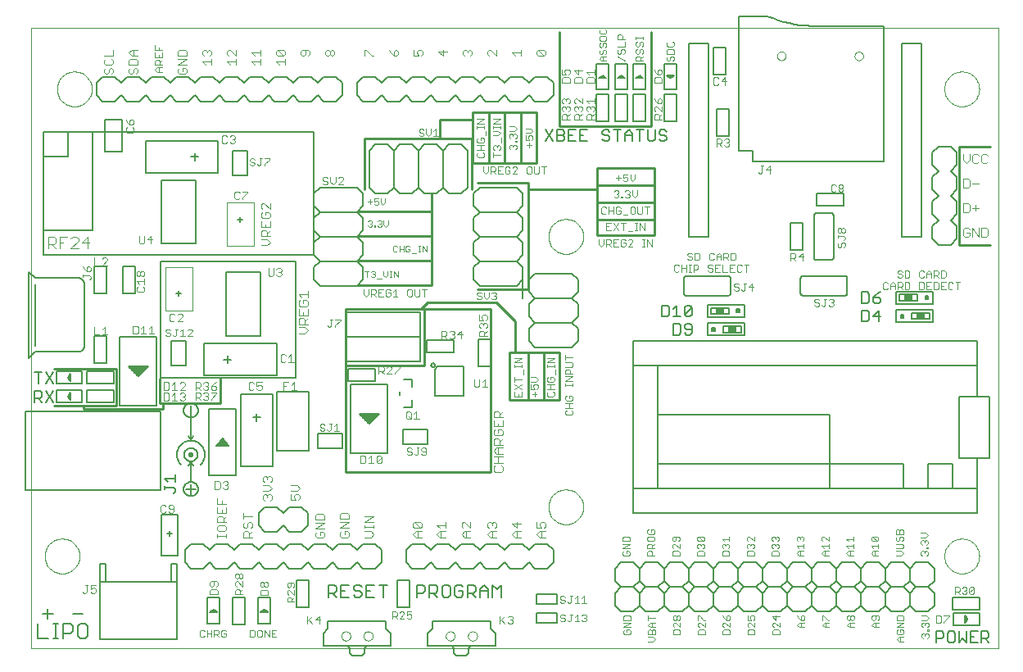
<source format=gto>
G75*
G70*
%OFA0B0*%
%FSLAX24Y24*%
%IPPOS*%
%LPD*%
%AMOC8*
5,1,8,0,0,1.08239X$1,22.5*
%
%ADD10C,0.0000*%
%ADD11C,0.0040*%
%ADD12C,0.0030*%
%ADD13C,0.0060*%
%ADD14C,0.0050*%
%ADD15C,0.0100*%
%ADD16C,0.0020*%
%ADD17C,0.0080*%
D10*
X005510Y005143D02*
X005510Y030393D01*
X005510Y030389D02*
X044880Y030389D01*
X044880Y005143D01*
X005510Y005143D01*
X006051Y008893D02*
X006053Y008946D01*
X006059Y008999D01*
X006069Y009051D01*
X006082Y009102D01*
X006100Y009152D01*
X006121Y009201D01*
X006146Y009248D01*
X006174Y009292D01*
X006206Y009335D01*
X006240Y009375D01*
X006278Y009413D01*
X006318Y009447D01*
X006361Y009479D01*
X006406Y009507D01*
X006452Y009532D01*
X006501Y009553D01*
X006551Y009571D01*
X006602Y009584D01*
X006654Y009594D01*
X006707Y009600D01*
X006760Y009602D01*
X006813Y009600D01*
X006866Y009594D01*
X006918Y009584D01*
X006969Y009571D01*
X007019Y009553D01*
X007068Y009532D01*
X007115Y009507D01*
X007159Y009479D01*
X007202Y009447D01*
X007242Y009413D01*
X007280Y009375D01*
X007314Y009335D01*
X007346Y009292D01*
X007374Y009247D01*
X007399Y009201D01*
X007420Y009152D01*
X007438Y009102D01*
X007451Y009051D01*
X007461Y008999D01*
X007467Y008946D01*
X007469Y008893D01*
X007467Y008840D01*
X007461Y008787D01*
X007451Y008735D01*
X007438Y008684D01*
X007420Y008634D01*
X007399Y008585D01*
X007374Y008538D01*
X007346Y008494D01*
X007314Y008451D01*
X007280Y008411D01*
X007242Y008373D01*
X007202Y008339D01*
X007159Y008307D01*
X007114Y008279D01*
X007068Y008254D01*
X007019Y008233D01*
X006969Y008215D01*
X006918Y008202D01*
X006866Y008192D01*
X006813Y008186D01*
X006760Y008184D01*
X006707Y008186D01*
X006654Y008192D01*
X006602Y008202D01*
X006551Y008215D01*
X006501Y008233D01*
X006452Y008254D01*
X006405Y008279D01*
X006361Y008307D01*
X006318Y008339D01*
X006278Y008373D01*
X006240Y008411D01*
X006206Y008451D01*
X006174Y008494D01*
X006146Y008539D01*
X006121Y008585D01*
X006100Y008634D01*
X006082Y008684D01*
X006069Y008735D01*
X006059Y008787D01*
X006053Y008840D01*
X006051Y008893D01*
X018120Y005643D02*
X018122Y005670D01*
X018128Y005696D01*
X018137Y005721D01*
X018150Y005744D01*
X018166Y005765D01*
X018185Y005784D01*
X018206Y005800D01*
X018229Y005813D01*
X018254Y005822D01*
X018280Y005828D01*
X018307Y005830D01*
X018334Y005828D01*
X018360Y005822D01*
X018385Y005813D01*
X018408Y005800D01*
X018429Y005784D01*
X018448Y005765D01*
X018464Y005744D01*
X018477Y005721D01*
X018486Y005696D01*
X018492Y005670D01*
X018494Y005643D01*
X018492Y005616D01*
X018486Y005590D01*
X018477Y005565D01*
X018464Y005542D01*
X018448Y005521D01*
X018429Y005502D01*
X018408Y005486D01*
X018385Y005473D01*
X018360Y005464D01*
X018334Y005458D01*
X018307Y005456D01*
X018280Y005458D01*
X018254Y005464D01*
X018229Y005473D01*
X018206Y005486D01*
X018185Y005502D01*
X018166Y005521D01*
X018150Y005542D01*
X018137Y005565D01*
X018128Y005590D01*
X018122Y005616D01*
X018120Y005643D01*
X019025Y005643D02*
X019027Y005670D01*
X019033Y005696D01*
X019042Y005721D01*
X019055Y005744D01*
X019071Y005765D01*
X019090Y005784D01*
X019111Y005800D01*
X019134Y005813D01*
X019159Y005822D01*
X019185Y005828D01*
X019212Y005830D01*
X019239Y005828D01*
X019265Y005822D01*
X019290Y005813D01*
X019313Y005800D01*
X019334Y005784D01*
X019353Y005765D01*
X019369Y005744D01*
X019382Y005721D01*
X019391Y005696D01*
X019397Y005670D01*
X019399Y005643D01*
X019397Y005616D01*
X019391Y005590D01*
X019382Y005565D01*
X019369Y005542D01*
X019353Y005521D01*
X019334Y005502D01*
X019313Y005486D01*
X019290Y005473D01*
X019265Y005464D01*
X019239Y005458D01*
X019212Y005456D01*
X019185Y005458D01*
X019159Y005464D01*
X019134Y005473D01*
X019111Y005486D01*
X019090Y005502D01*
X019071Y005521D01*
X019055Y005542D01*
X019042Y005565D01*
X019033Y005590D01*
X019027Y005616D01*
X019025Y005643D01*
X022370Y005643D02*
X022372Y005670D01*
X022378Y005696D01*
X022387Y005721D01*
X022400Y005744D01*
X022416Y005765D01*
X022435Y005784D01*
X022456Y005800D01*
X022479Y005813D01*
X022504Y005822D01*
X022530Y005828D01*
X022557Y005830D01*
X022584Y005828D01*
X022610Y005822D01*
X022635Y005813D01*
X022658Y005800D01*
X022679Y005784D01*
X022698Y005765D01*
X022714Y005744D01*
X022727Y005721D01*
X022736Y005696D01*
X022742Y005670D01*
X022744Y005643D01*
X022742Y005616D01*
X022736Y005590D01*
X022727Y005565D01*
X022714Y005542D01*
X022698Y005521D01*
X022679Y005502D01*
X022658Y005486D01*
X022635Y005473D01*
X022610Y005464D01*
X022584Y005458D01*
X022557Y005456D01*
X022530Y005458D01*
X022504Y005464D01*
X022479Y005473D01*
X022456Y005486D01*
X022435Y005502D01*
X022416Y005521D01*
X022400Y005542D01*
X022387Y005565D01*
X022378Y005590D01*
X022372Y005616D01*
X022370Y005643D01*
X023275Y005643D02*
X023277Y005670D01*
X023283Y005696D01*
X023292Y005721D01*
X023305Y005744D01*
X023321Y005765D01*
X023340Y005784D01*
X023361Y005800D01*
X023384Y005813D01*
X023409Y005822D01*
X023435Y005828D01*
X023462Y005830D01*
X023489Y005828D01*
X023515Y005822D01*
X023540Y005813D01*
X023563Y005800D01*
X023584Y005784D01*
X023603Y005765D01*
X023619Y005744D01*
X023632Y005721D01*
X023641Y005696D01*
X023647Y005670D01*
X023649Y005643D01*
X023647Y005616D01*
X023641Y005590D01*
X023632Y005565D01*
X023619Y005542D01*
X023603Y005521D01*
X023584Y005502D01*
X023563Y005486D01*
X023540Y005473D01*
X023515Y005464D01*
X023489Y005458D01*
X023462Y005456D01*
X023435Y005458D01*
X023409Y005464D01*
X023384Y005473D01*
X023361Y005486D01*
X023340Y005502D01*
X023321Y005521D01*
X023305Y005542D01*
X023292Y005565D01*
X023283Y005590D01*
X023277Y005616D01*
X023275Y005643D01*
X026551Y010893D02*
X026553Y010946D01*
X026559Y010999D01*
X026569Y011051D01*
X026582Y011102D01*
X026600Y011152D01*
X026621Y011201D01*
X026646Y011248D01*
X026674Y011292D01*
X026706Y011335D01*
X026740Y011375D01*
X026778Y011413D01*
X026818Y011447D01*
X026861Y011479D01*
X026906Y011507D01*
X026952Y011532D01*
X027001Y011553D01*
X027051Y011571D01*
X027102Y011584D01*
X027154Y011594D01*
X027207Y011600D01*
X027260Y011602D01*
X027313Y011600D01*
X027366Y011594D01*
X027418Y011584D01*
X027469Y011571D01*
X027519Y011553D01*
X027568Y011532D01*
X027615Y011507D01*
X027659Y011479D01*
X027702Y011447D01*
X027742Y011413D01*
X027780Y011375D01*
X027814Y011335D01*
X027846Y011292D01*
X027874Y011247D01*
X027899Y011201D01*
X027920Y011152D01*
X027938Y011102D01*
X027951Y011051D01*
X027961Y010999D01*
X027967Y010946D01*
X027969Y010893D01*
X027967Y010840D01*
X027961Y010787D01*
X027951Y010735D01*
X027938Y010684D01*
X027920Y010634D01*
X027899Y010585D01*
X027874Y010538D01*
X027846Y010494D01*
X027814Y010451D01*
X027780Y010411D01*
X027742Y010373D01*
X027702Y010339D01*
X027659Y010307D01*
X027614Y010279D01*
X027568Y010254D01*
X027519Y010233D01*
X027469Y010215D01*
X027418Y010202D01*
X027366Y010192D01*
X027313Y010186D01*
X027260Y010184D01*
X027207Y010186D01*
X027154Y010192D01*
X027102Y010202D01*
X027051Y010215D01*
X027001Y010233D01*
X026952Y010254D01*
X026905Y010279D01*
X026861Y010307D01*
X026818Y010339D01*
X026778Y010373D01*
X026740Y010411D01*
X026706Y010451D01*
X026674Y010494D01*
X026646Y010539D01*
X026621Y010585D01*
X026600Y010634D01*
X026582Y010684D01*
X026569Y010735D01*
X026559Y010787D01*
X026553Y010840D01*
X026551Y010893D01*
X026551Y021893D02*
X026553Y021946D01*
X026559Y021999D01*
X026569Y022051D01*
X026582Y022102D01*
X026600Y022152D01*
X026621Y022201D01*
X026646Y022248D01*
X026674Y022292D01*
X026706Y022335D01*
X026740Y022375D01*
X026778Y022413D01*
X026818Y022447D01*
X026861Y022479D01*
X026906Y022507D01*
X026952Y022532D01*
X027001Y022553D01*
X027051Y022571D01*
X027102Y022584D01*
X027154Y022594D01*
X027207Y022600D01*
X027260Y022602D01*
X027313Y022600D01*
X027366Y022594D01*
X027418Y022584D01*
X027469Y022571D01*
X027519Y022553D01*
X027568Y022532D01*
X027615Y022507D01*
X027659Y022479D01*
X027702Y022447D01*
X027742Y022413D01*
X027780Y022375D01*
X027814Y022335D01*
X027846Y022292D01*
X027874Y022247D01*
X027899Y022201D01*
X027920Y022152D01*
X027938Y022102D01*
X027951Y022051D01*
X027961Y021999D01*
X027967Y021946D01*
X027969Y021893D01*
X027967Y021840D01*
X027961Y021787D01*
X027951Y021735D01*
X027938Y021684D01*
X027920Y021634D01*
X027899Y021585D01*
X027874Y021538D01*
X027846Y021494D01*
X027814Y021451D01*
X027780Y021411D01*
X027742Y021373D01*
X027702Y021339D01*
X027659Y021307D01*
X027614Y021279D01*
X027568Y021254D01*
X027519Y021233D01*
X027469Y021215D01*
X027418Y021202D01*
X027366Y021192D01*
X027313Y021186D01*
X027260Y021184D01*
X027207Y021186D01*
X027154Y021192D01*
X027102Y021202D01*
X027051Y021215D01*
X027001Y021233D01*
X026952Y021254D01*
X026905Y021279D01*
X026861Y021307D01*
X026818Y021339D01*
X026778Y021373D01*
X026740Y021411D01*
X026706Y021451D01*
X026674Y021494D01*
X026646Y021539D01*
X026621Y021585D01*
X026600Y021634D01*
X026582Y021684D01*
X026569Y021735D01*
X026559Y021787D01*
X026553Y021840D01*
X026551Y021893D01*
X035859Y029235D02*
X035861Y029261D01*
X035867Y029287D01*
X035876Y029311D01*
X035889Y029334D01*
X035906Y029354D01*
X035925Y029372D01*
X035947Y029387D01*
X035970Y029398D01*
X035995Y029406D01*
X036021Y029410D01*
X036047Y029410D01*
X036073Y029406D01*
X036098Y029398D01*
X036122Y029387D01*
X036143Y029372D01*
X036162Y029354D01*
X036179Y029334D01*
X036192Y029311D01*
X036201Y029287D01*
X036207Y029261D01*
X036209Y029235D01*
X036207Y029209D01*
X036201Y029183D01*
X036192Y029159D01*
X036179Y029136D01*
X036162Y029116D01*
X036143Y029098D01*
X036121Y029083D01*
X036098Y029072D01*
X036073Y029064D01*
X036047Y029060D01*
X036021Y029060D01*
X035995Y029064D01*
X035970Y029072D01*
X035946Y029083D01*
X035925Y029098D01*
X035906Y029116D01*
X035889Y029136D01*
X035876Y029159D01*
X035867Y029183D01*
X035861Y029209D01*
X035859Y029235D01*
X039008Y029235D02*
X039010Y029261D01*
X039016Y029287D01*
X039025Y029311D01*
X039038Y029334D01*
X039055Y029354D01*
X039074Y029372D01*
X039096Y029387D01*
X039119Y029398D01*
X039144Y029406D01*
X039170Y029410D01*
X039196Y029410D01*
X039222Y029406D01*
X039247Y029398D01*
X039271Y029387D01*
X039292Y029372D01*
X039311Y029354D01*
X039328Y029334D01*
X039341Y029311D01*
X039350Y029287D01*
X039356Y029261D01*
X039358Y029235D01*
X039356Y029209D01*
X039350Y029183D01*
X039341Y029159D01*
X039328Y029136D01*
X039311Y029116D01*
X039292Y029098D01*
X039270Y029083D01*
X039247Y029072D01*
X039222Y029064D01*
X039196Y029060D01*
X039170Y029060D01*
X039144Y029064D01*
X039119Y029072D01*
X039095Y029083D01*
X039074Y029098D01*
X039055Y029116D01*
X039038Y029136D01*
X039025Y029159D01*
X039016Y029183D01*
X039010Y029209D01*
X039008Y029235D01*
X042665Y027893D02*
X042667Y027946D01*
X042673Y027999D01*
X042683Y028051D01*
X042696Y028102D01*
X042714Y028152D01*
X042735Y028201D01*
X042760Y028248D01*
X042788Y028292D01*
X042820Y028335D01*
X042854Y028375D01*
X042892Y028413D01*
X042932Y028447D01*
X042975Y028479D01*
X043020Y028507D01*
X043066Y028532D01*
X043115Y028553D01*
X043165Y028571D01*
X043216Y028584D01*
X043268Y028594D01*
X043321Y028600D01*
X043374Y028602D01*
X043427Y028600D01*
X043480Y028594D01*
X043532Y028584D01*
X043583Y028571D01*
X043633Y028553D01*
X043682Y028532D01*
X043729Y028507D01*
X043773Y028479D01*
X043816Y028447D01*
X043856Y028413D01*
X043894Y028375D01*
X043928Y028335D01*
X043960Y028292D01*
X043988Y028247D01*
X044013Y028201D01*
X044034Y028152D01*
X044052Y028102D01*
X044065Y028051D01*
X044075Y027999D01*
X044081Y027946D01*
X044083Y027893D01*
X044081Y027840D01*
X044075Y027787D01*
X044065Y027735D01*
X044052Y027684D01*
X044034Y027634D01*
X044013Y027585D01*
X043988Y027538D01*
X043960Y027494D01*
X043928Y027451D01*
X043894Y027411D01*
X043856Y027373D01*
X043816Y027339D01*
X043773Y027307D01*
X043728Y027279D01*
X043682Y027254D01*
X043633Y027233D01*
X043583Y027215D01*
X043532Y027202D01*
X043480Y027192D01*
X043427Y027186D01*
X043374Y027184D01*
X043321Y027186D01*
X043268Y027192D01*
X043216Y027202D01*
X043165Y027215D01*
X043115Y027233D01*
X043066Y027254D01*
X043019Y027279D01*
X042975Y027307D01*
X042932Y027339D01*
X042892Y027373D01*
X042854Y027411D01*
X042820Y027451D01*
X042788Y027494D01*
X042760Y027539D01*
X042735Y027585D01*
X042714Y027634D01*
X042696Y027684D01*
X042683Y027735D01*
X042673Y027787D01*
X042667Y027840D01*
X042665Y027893D01*
X042665Y008893D02*
X042667Y008946D01*
X042673Y008999D01*
X042683Y009051D01*
X042696Y009102D01*
X042714Y009152D01*
X042735Y009201D01*
X042760Y009248D01*
X042788Y009292D01*
X042820Y009335D01*
X042854Y009375D01*
X042892Y009413D01*
X042932Y009447D01*
X042975Y009479D01*
X043020Y009507D01*
X043066Y009532D01*
X043115Y009553D01*
X043165Y009571D01*
X043216Y009584D01*
X043268Y009594D01*
X043321Y009600D01*
X043374Y009602D01*
X043427Y009600D01*
X043480Y009594D01*
X043532Y009584D01*
X043583Y009571D01*
X043633Y009553D01*
X043682Y009532D01*
X043729Y009507D01*
X043773Y009479D01*
X043816Y009447D01*
X043856Y009413D01*
X043894Y009375D01*
X043928Y009335D01*
X043960Y009292D01*
X043988Y009247D01*
X044013Y009201D01*
X044034Y009152D01*
X044052Y009102D01*
X044065Y009051D01*
X044075Y008999D01*
X044081Y008946D01*
X044083Y008893D01*
X044081Y008840D01*
X044075Y008787D01*
X044065Y008735D01*
X044052Y008684D01*
X044034Y008634D01*
X044013Y008585D01*
X043988Y008538D01*
X043960Y008494D01*
X043928Y008451D01*
X043894Y008411D01*
X043856Y008373D01*
X043816Y008339D01*
X043773Y008307D01*
X043728Y008279D01*
X043682Y008254D01*
X043633Y008233D01*
X043583Y008215D01*
X043532Y008202D01*
X043480Y008192D01*
X043427Y008186D01*
X043374Y008184D01*
X043321Y008186D01*
X043268Y008192D01*
X043216Y008202D01*
X043165Y008215D01*
X043115Y008233D01*
X043066Y008254D01*
X043019Y008279D01*
X042975Y008307D01*
X042932Y008339D01*
X042892Y008373D01*
X042854Y008411D01*
X042820Y008451D01*
X042788Y008494D01*
X042760Y008539D01*
X042735Y008585D01*
X042714Y008634D01*
X042696Y008684D01*
X042683Y008735D01*
X042673Y008787D01*
X042667Y008840D01*
X042665Y008893D01*
X006551Y027893D02*
X006553Y027946D01*
X006559Y027999D01*
X006569Y028051D01*
X006582Y028102D01*
X006600Y028152D01*
X006621Y028201D01*
X006646Y028248D01*
X006674Y028292D01*
X006706Y028335D01*
X006740Y028375D01*
X006778Y028413D01*
X006818Y028447D01*
X006861Y028479D01*
X006906Y028507D01*
X006952Y028532D01*
X007001Y028553D01*
X007051Y028571D01*
X007102Y028584D01*
X007154Y028594D01*
X007207Y028600D01*
X007260Y028602D01*
X007313Y028600D01*
X007366Y028594D01*
X007418Y028584D01*
X007469Y028571D01*
X007519Y028553D01*
X007568Y028532D01*
X007615Y028507D01*
X007659Y028479D01*
X007702Y028447D01*
X007742Y028413D01*
X007780Y028375D01*
X007814Y028335D01*
X007846Y028292D01*
X007874Y028247D01*
X007899Y028201D01*
X007920Y028152D01*
X007938Y028102D01*
X007951Y028051D01*
X007961Y027999D01*
X007967Y027946D01*
X007969Y027893D01*
X007967Y027840D01*
X007961Y027787D01*
X007951Y027735D01*
X007938Y027684D01*
X007920Y027634D01*
X007899Y027585D01*
X007874Y027538D01*
X007846Y027494D01*
X007814Y027451D01*
X007780Y027411D01*
X007742Y027373D01*
X007702Y027339D01*
X007659Y027307D01*
X007614Y027279D01*
X007568Y027254D01*
X007519Y027233D01*
X007469Y027215D01*
X007418Y027202D01*
X007366Y027192D01*
X007313Y027186D01*
X007260Y027184D01*
X007207Y027186D01*
X007154Y027192D01*
X007102Y027202D01*
X007051Y027215D01*
X007001Y027233D01*
X006952Y027254D01*
X006905Y027279D01*
X006861Y027307D01*
X006818Y027339D01*
X006778Y027373D01*
X006740Y027411D01*
X006706Y027451D01*
X006674Y027494D01*
X006646Y027539D01*
X006621Y027585D01*
X006600Y027634D01*
X006582Y027684D01*
X006569Y027735D01*
X006559Y027787D01*
X006553Y027840D01*
X006551Y027893D01*
D11*
X008479Y028568D02*
X008539Y028508D01*
X008599Y028508D01*
X008659Y028568D01*
X008659Y028689D01*
X008719Y028749D01*
X008779Y028749D01*
X008840Y028689D01*
X008840Y028568D01*
X008779Y028508D01*
X008479Y028568D02*
X008479Y028689D01*
X008539Y028749D01*
X008539Y028877D02*
X008779Y028877D01*
X008840Y028937D01*
X008840Y029057D01*
X008779Y029117D01*
X008840Y029245D02*
X008840Y029485D01*
X008840Y029245D02*
X008479Y029245D01*
X008539Y029117D02*
X008479Y029057D01*
X008479Y028937D01*
X008539Y028877D01*
X009479Y028877D02*
X009479Y029057D01*
X009539Y029117D01*
X009779Y029117D01*
X009840Y029057D01*
X009840Y028877D01*
X009479Y028877D01*
X009539Y028749D02*
X009479Y028689D01*
X009479Y028568D01*
X009539Y028508D01*
X009599Y028508D01*
X009659Y028568D01*
X009659Y028689D01*
X009719Y028749D01*
X009779Y028749D01*
X009840Y028689D01*
X009840Y028568D01*
X009779Y028508D01*
X009840Y029245D02*
X009599Y029245D01*
X009479Y029365D01*
X009599Y029485D01*
X009840Y029485D01*
X009659Y029485D02*
X009659Y029245D01*
X011479Y029245D02*
X011479Y029425D01*
X011539Y029485D01*
X011779Y029485D01*
X011840Y029425D01*
X011840Y029245D01*
X011479Y029245D01*
X011479Y029117D02*
X011840Y029117D01*
X011479Y028877D01*
X011840Y028877D01*
X011779Y028749D02*
X011659Y028749D01*
X011659Y028628D01*
X011539Y028508D02*
X011779Y028508D01*
X011840Y028568D01*
X011840Y028689D01*
X011779Y028749D01*
X011539Y028749D02*
X011479Y028689D01*
X011479Y028568D01*
X011539Y028508D01*
X012479Y028997D02*
X012840Y028997D01*
X012840Y028877D02*
X012840Y029117D01*
X012779Y029245D02*
X012840Y029305D01*
X012840Y029425D01*
X012779Y029485D01*
X012719Y029485D01*
X012659Y029425D01*
X012659Y029365D01*
X012659Y029425D02*
X012599Y029485D01*
X012539Y029485D01*
X012479Y029425D01*
X012479Y029305D01*
X012539Y029245D01*
X012479Y028997D02*
X012599Y028877D01*
X013479Y028997D02*
X013840Y028997D01*
X013840Y028877D02*
X013840Y029117D01*
X013840Y029245D02*
X013599Y029485D01*
X013539Y029485D01*
X013479Y029425D01*
X013479Y029305D01*
X013539Y029245D01*
X013479Y028997D02*
X013599Y028877D01*
X013840Y029245D02*
X013840Y029485D01*
X014479Y029365D02*
X014840Y029365D01*
X014840Y029245D02*
X014840Y029485D01*
X014599Y029245D02*
X014479Y029365D01*
X014479Y028997D02*
X014840Y028997D01*
X014840Y028877D02*
X014840Y029117D01*
X014599Y028877D02*
X014479Y028997D01*
X015479Y028997D02*
X015840Y028997D01*
X015840Y028877D02*
X015840Y029117D01*
X015779Y029245D02*
X015539Y029485D01*
X015779Y029485D01*
X015840Y029425D01*
X015840Y029305D01*
X015779Y029245D01*
X015539Y029245D01*
X015479Y029305D01*
X015479Y029425D01*
X015539Y029485D01*
X015479Y028997D02*
X015599Y028877D01*
X016479Y029305D02*
X016479Y029425D01*
X016539Y029485D01*
X016779Y029485D01*
X016840Y029425D01*
X016840Y029305D01*
X016779Y029245D01*
X016659Y029305D02*
X016659Y029485D01*
X016659Y029305D02*
X016599Y029245D01*
X016539Y029245D01*
X016479Y029305D01*
X017479Y029305D02*
X017479Y029425D01*
X017539Y029485D01*
X017599Y029485D01*
X017659Y029425D01*
X017659Y029305D01*
X017599Y029245D01*
X017539Y029245D01*
X017479Y029305D01*
X017659Y029305D02*
X017719Y029245D01*
X017779Y029245D01*
X017840Y029305D01*
X017840Y029425D01*
X017779Y029485D01*
X017719Y029485D01*
X017659Y029425D01*
X019079Y029485D02*
X019079Y029245D01*
X019079Y029485D02*
X019139Y029485D01*
X019379Y029245D01*
X019440Y029245D01*
X020079Y029485D02*
X020139Y029365D01*
X020259Y029245D01*
X020259Y029425D01*
X020319Y029485D01*
X020379Y029485D01*
X020440Y029425D01*
X020440Y029305D01*
X020379Y029245D01*
X020259Y029245D01*
X021079Y029245D02*
X021079Y029485D01*
X021199Y029425D02*
X021199Y029365D01*
X021259Y029245D01*
X021079Y029245D01*
X021199Y029425D02*
X021259Y029485D01*
X021379Y029485D01*
X021440Y029425D01*
X021440Y029305D01*
X021379Y029245D01*
X022079Y029425D02*
X022259Y029245D01*
X022259Y029485D01*
X022079Y029425D02*
X022440Y029425D01*
X023079Y029425D02*
X023079Y029305D01*
X023139Y029245D01*
X023259Y029365D02*
X023259Y029425D01*
X023319Y029485D01*
X023379Y029485D01*
X023440Y029425D01*
X023440Y029305D01*
X023379Y029245D01*
X023259Y029425D02*
X023199Y029485D01*
X023139Y029485D01*
X023079Y029425D01*
X024079Y029425D02*
X024079Y029305D01*
X024139Y029245D01*
X024079Y029425D02*
X024139Y029485D01*
X024199Y029485D01*
X024440Y029245D01*
X024440Y029485D01*
X025079Y029365D02*
X025440Y029365D01*
X025440Y029245D02*
X025440Y029485D01*
X025199Y029245D02*
X025079Y029365D01*
X026079Y029305D02*
X026079Y029425D01*
X026139Y029485D01*
X026379Y029245D01*
X026440Y029305D01*
X026440Y029425D01*
X026379Y029485D01*
X026139Y029485D01*
X026079Y029305D02*
X026139Y029245D01*
X026379Y029245D01*
X027104Y028692D02*
X027104Y028486D01*
X027259Y028486D01*
X027208Y028589D01*
X027208Y028641D01*
X027259Y028692D01*
X027363Y028692D01*
X027415Y028641D01*
X027415Y028537D01*
X027363Y028486D01*
X027363Y028370D02*
X027156Y028370D01*
X027104Y028318D01*
X027104Y028163D01*
X027415Y028163D01*
X027415Y028318D01*
X027363Y028370D01*
X027604Y028318D02*
X027604Y028163D01*
X027915Y028163D01*
X027915Y028318D01*
X027863Y028370D01*
X027656Y028370D01*
X027604Y028318D01*
X027759Y028486D02*
X027759Y028692D01*
X027604Y028641D02*
X027759Y028486D01*
X027915Y028641D02*
X027604Y028641D01*
X028104Y028589D02*
X028415Y028589D01*
X028415Y028486D02*
X028415Y028692D01*
X028208Y028486D02*
X028104Y028589D01*
X028156Y028370D02*
X028104Y028318D01*
X028104Y028163D01*
X028415Y028163D01*
X028415Y028318D01*
X028363Y028370D01*
X028156Y028370D01*
X027915Y027515D02*
X027915Y027308D01*
X027708Y027515D01*
X027656Y027515D01*
X027604Y027463D01*
X027604Y027360D01*
X027656Y027308D01*
X027656Y027192D02*
X027708Y027192D01*
X027759Y027141D01*
X027811Y027192D01*
X027863Y027192D01*
X027915Y027141D01*
X027915Y027037D01*
X027863Y026986D01*
X027915Y026870D02*
X027811Y026767D01*
X027811Y026818D02*
X027811Y026663D01*
X027915Y026663D02*
X027604Y026663D01*
X027604Y026818D01*
X027656Y026870D01*
X027759Y026870D01*
X027811Y026818D01*
X027656Y026986D02*
X027604Y027037D01*
X027604Y027141D01*
X027656Y027192D01*
X027759Y027141D02*
X027759Y027089D01*
X027415Y027037D02*
X027363Y026986D01*
X027415Y027037D02*
X027415Y027141D01*
X027363Y027192D01*
X027311Y027192D01*
X027259Y027141D01*
X027259Y027089D01*
X027259Y027141D02*
X027208Y027192D01*
X027156Y027192D01*
X027104Y027141D01*
X027104Y027037D01*
X027156Y026986D01*
X027156Y026870D02*
X027259Y026870D01*
X027311Y026818D01*
X027311Y026663D01*
X027415Y026663D02*
X027104Y026663D01*
X027104Y026818D01*
X027156Y026870D01*
X027311Y026767D02*
X027415Y026870D01*
X027363Y027308D02*
X027415Y027360D01*
X027415Y027463D01*
X027363Y027515D01*
X027311Y027515D01*
X027259Y027463D01*
X027259Y027411D01*
X027259Y027463D02*
X027208Y027515D01*
X027156Y027515D01*
X027104Y027463D01*
X027104Y027360D01*
X027156Y027308D01*
X028104Y027411D02*
X028208Y027308D01*
X028208Y027192D02*
X028259Y027141D01*
X028311Y027192D01*
X028363Y027192D01*
X028415Y027141D01*
X028415Y027037D01*
X028363Y026986D01*
X028415Y026870D02*
X028311Y026767D01*
X028311Y026818D02*
X028311Y026663D01*
X028415Y026663D02*
X028104Y026663D01*
X028104Y026818D01*
X028156Y026870D01*
X028259Y026870D01*
X028311Y026818D01*
X028156Y026986D02*
X028104Y027037D01*
X028104Y027141D01*
X028156Y027192D01*
X028208Y027192D01*
X028259Y027141D02*
X028259Y027089D01*
X028415Y027308D02*
X028415Y027515D01*
X028415Y027411D02*
X028104Y027411D01*
X030854Y027515D02*
X030906Y027411D01*
X031009Y027308D01*
X031009Y027463D01*
X031061Y027515D01*
X031113Y027515D01*
X031165Y027463D01*
X031165Y027360D01*
X031113Y027308D01*
X031009Y027308D01*
X030958Y027192D02*
X030906Y027192D01*
X030854Y027141D01*
X030854Y027037D01*
X030906Y026986D01*
X030906Y026870D02*
X031009Y026870D01*
X031061Y026818D01*
X031061Y026663D01*
X031165Y026663D02*
X030854Y026663D01*
X030854Y026818D01*
X030906Y026870D01*
X031061Y026767D02*
X031165Y026870D01*
X031165Y026986D02*
X030958Y027192D01*
X031165Y027192D02*
X031165Y026986D01*
X031165Y028163D02*
X030854Y028163D01*
X030854Y028318D01*
X030906Y028370D01*
X031113Y028370D01*
X031165Y028318D01*
X031165Y028163D01*
X031113Y028486D02*
X031009Y028486D01*
X031009Y028641D01*
X031061Y028692D01*
X031113Y028692D01*
X031165Y028641D01*
X031165Y028537D01*
X031113Y028486D01*
X031009Y028486D02*
X030906Y028589D01*
X030854Y028692D01*
X033260Y028322D02*
X033260Y028115D01*
X033312Y028063D01*
X033415Y028063D01*
X033467Y028115D01*
X033582Y028218D02*
X033789Y028218D01*
X033737Y028063D02*
X033737Y028374D01*
X033582Y028218D01*
X033467Y028322D02*
X033415Y028374D01*
X033312Y028374D01*
X033260Y028322D01*
X033385Y025874D02*
X033540Y025874D01*
X033592Y025822D01*
X033592Y025718D01*
X033540Y025667D01*
X033385Y025667D01*
X033488Y025667D02*
X033592Y025563D01*
X033707Y025615D02*
X033759Y025563D01*
X033862Y025563D01*
X033914Y025615D01*
X033914Y025667D01*
X033862Y025718D01*
X033811Y025718D01*
X033862Y025718D02*
X033914Y025770D01*
X033914Y025822D01*
X033862Y025874D01*
X033759Y025874D01*
X033707Y025822D01*
X033385Y025874D02*
X033385Y025563D01*
X035085Y024515D02*
X035137Y024463D01*
X035188Y024463D01*
X035240Y024515D01*
X035240Y024774D01*
X035188Y024774D02*
X035292Y024774D01*
X035407Y024618D02*
X035614Y024618D01*
X035562Y024463D02*
X035562Y024774D01*
X035407Y024618D01*
X038065Y023952D02*
X038065Y023765D01*
X038112Y023718D01*
X038205Y023718D01*
X038252Y023765D01*
X038360Y023765D02*
X038407Y023718D01*
X038500Y023718D01*
X038547Y023765D01*
X038547Y023812D01*
X038500Y023858D01*
X038407Y023858D01*
X038360Y023905D01*
X038360Y023952D01*
X038407Y023999D01*
X038500Y023999D01*
X038547Y023952D01*
X038547Y023905D01*
X038500Y023858D01*
X038407Y023858D02*
X038360Y023812D01*
X038360Y023765D01*
X038252Y023952D02*
X038205Y023999D01*
X038112Y023999D01*
X038065Y023952D01*
X036882Y021224D02*
X036727Y021068D01*
X036934Y021068D01*
X036882Y020913D02*
X036882Y021224D01*
X036611Y021172D02*
X036611Y021068D01*
X036560Y021017D01*
X036405Y021017D01*
X036508Y021017D02*
X036611Y020913D01*
X036405Y020913D02*
X036405Y021224D01*
X036560Y021224D01*
X036611Y021172D01*
X043445Y021943D02*
X043505Y021883D01*
X043625Y021883D01*
X043685Y021943D01*
X043685Y022063D01*
X043565Y022063D01*
X043445Y021943D02*
X043445Y022184D01*
X043505Y022244D01*
X043625Y022244D01*
X043685Y022184D01*
X043813Y022244D02*
X044053Y021883D01*
X044053Y022244D01*
X044181Y022244D02*
X044181Y021883D01*
X044361Y021883D01*
X044421Y021943D01*
X044421Y022184D01*
X044361Y022244D01*
X044181Y022244D01*
X043813Y022244D02*
X043813Y021883D01*
X043625Y022883D02*
X043685Y022943D01*
X043685Y023184D01*
X043625Y023244D01*
X043445Y023244D01*
X043445Y022883D01*
X043625Y022883D01*
X043813Y023063D02*
X044053Y023063D01*
X043933Y022943D02*
X043933Y023184D01*
X043625Y023883D02*
X043685Y023943D01*
X043685Y024184D01*
X043625Y024244D01*
X043445Y024244D01*
X043445Y023883D01*
X043625Y023883D01*
X043813Y024063D02*
X044053Y024063D01*
X043993Y024883D02*
X044053Y024943D01*
X043993Y024883D02*
X043873Y024883D01*
X043813Y024943D01*
X043813Y025184D01*
X043873Y025244D01*
X043993Y025244D01*
X044053Y025184D01*
X044181Y025184D02*
X044181Y024943D01*
X044241Y024883D01*
X044361Y024883D01*
X044421Y024943D01*
X044421Y025184D02*
X044361Y025244D01*
X044241Y025244D01*
X044181Y025184D01*
X043685Y025244D02*
X043685Y025003D01*
X043565Y024883D01*
X043445Y025003D01*
X043445Y025244D01*
X024049Y018648D02*
X024049Y018545D01*
X023997Y018493D01*
X023893Y018493D02*
X023842Y018596D01*
X023842Y018648D01*
X023893Y018700D01*
X023997Y018700D01*
X024049Y018648D01*
X023893Y018493D02*
X023738Y018493D01*
X023738Y018700D01*
X023790Y018377D02*
X023842Y018377D01*
X023893Y018326D01*
X023945Y018377D01*
X023997Y018377D01*
X024049Y018326D01*
X024049Y018222D01*
X023997Y018171D01*
X024049Y018055D02*
X023945Y017952D01*
X023945Y018003D02*
X023945Y017848D01*
X024049Y017848D02*
X023738Y017848D01*
X023738Y018003D01*
X023790Y018055D01*
X023893Y018055D01*
X023945Y018003D01*
X023790Y018171D02*
X023738Y018222D01*
X023738Y018326D01*
X023790Y018377D01*
X023893Y018326D02*
X023893Y018274D01*
X023002Y018053D02*
X023002Y017742D01*
X023054Y017898D02*
X022847Y017898D01*
X023002Y018053D01*
X022732Y018001D02*
X022732Y017949D01*
X022680Y017898D01*
X022732Y017846D01*
X022732Y017794D01*
X022680Y017742D01*
X022576Y017742D01*
X022525Y017794D01*
X022409Y017742D02*
X022306Y017846D01*
X022358Y017846D02*
X022202Y017846D01*
X022202Y017742D02*
X022202Y018053D01*
X022358Y018053D01*
X022409Y018001D01*
X022409Y017898D01*
X022358Y017846D01*
X022525Y018001D02*
X022576Y018053D01*
X022680Y018053D01*
X022732Y018001D01*
X022680Y017898D02*
X022628Y017898D01*
X023530Y016090D02*
X023530Y015831D01*
X023581Y015779D01*
X023685Y015779D01*
X023736Y015831D01*
X023736Y016090D01*
X023852Y015986D02*
X023955Y016090D01*
X023955Y015779D01*
X023852Y015779D02*
X024059Y015779D01*
X021180Y014779D02*
X021180Y014468D01*
X021283Y014468D02*
X021076Y014468D01*
X020961Y014468D02*
X020857Y014572D01*
X020806Y014468D02*
X020754Y014520D01*
X020754Y014727D01*
X020806Y014779D01*
X020909Y014779D01*
X020961Y014727D01*
X020961Y014520D01*
X020909Y014468D01*
X020806Y014468D01*
X021076Y014675D02*
X021180Y014779D01*
X020287Y016301D02*
X020287Y016353D01*
X020494Y016560D01*
X020494Y016611D01*
X020287Y016611D01*
X020172Y016560D02*
X020120Y016611D01*
X020017Y016611D01*
X019965Y016560D01*
X019850Y016560D02*
X019850Y016456D01*
X019798Y016405D01*
X019643Y016405D01*
X019746Y016405D02*
X019850Y016301D01*
X019965Y016301D02*
X020172Y016508D01*
X020172Y016560D01*
X020172Y016301D02*
X019965Y016301D01*
X019850Y016560D02*
X019798Y016611D01*
X019643Y016611D01*
X019643Y016301D01*
X017879Y018214D02*
X017879Y018266D01*
X018086Y018473D01*
X018086Y018525D01*
X017879Y018525D01*
X017764Y018525D02*
X017660Y018525D01*
X017712Y018525D02*
X017712Y018266D01*
X017660Y018214D01*
X017609Y018214D01*
X017557Y018266D01*
X016080Y017099D02*
X016080Y016788D01*
X015977Y016788D02*
X016184Y016788D01*
X015977Y016995D02*
X016080Y017099D01*
X015861Y017047D02*
X015810Y017099D01*
X015706Y017099D01*
X015655Y017047D01*
X015655Y016840D01*
X015706Y016788D01*
X015810Y016788D01*
X015861Y016840D01*
X015766Y015966D02*
X015973Y015966D01*
X016088Y015862D02*
X016191Y015966D01*
X016191Y015655D01*
X016088Y015655D02*
X016295Y015655D01*
X015869Y015811D02*
X015766Y015811D01*
X015766Y015966D02*
X015766Y015655D01*
X014887Y015707D02*
X014836Y015655D01*
X014732Y015655D01*
X014681Y015707D01*
X014681Y015811D02*
X014784Y015862D01*
X014836Y015862D01*
X014887Y015811D01*
X014887Y015707D01*
X014681Y015811D02*
X014681Y015966D01*
X014887Y015966D01*
X014565Y015914D02*
X014513Y015966D01*
X014410Y015966D01*
X014358Y015914D01*
X014358Y015707D01*
X014410Y015655D01*
X014513Y015655D01*
X014565Y015707D01*
X013034Y015707D02*
X012983Y015655D01*
X012879Y015655D01*
X012828Y015707D01*
X012828Y015811D01*
X012983Y015811D01*
X013034Y015759D01*
X013034Y015707D01*
X013034Y015552D02*
X013034Y015501D01*
X012828Y015294D01*
X012828Y015242D01*
X012712Y015294D02*
X012660Y015242D01*
X012557Y015242D01*
X012505Y015294D01*
X012390Y015242D02*
X012286Y015345D01*
X012338Y015345D02*
X012183Y015345D01*
X012183Y015242D02*
X012183Y015552D01*
X012338Y015552D01*
X012390Y015501D01*
X012390Y015397D01*
X012338Y015345D01*
X012505Y015501D02*
X012557Y015552D01*
X012660Y015552D01*
X012712Y015501D01*
X012712Y015449D01*
X012660Y015397D01*
X012712Y015345D01*
X012712Y015294D01*
X012660Y015397D02*
X012609Y015397D01*
X012660Y015655D02*
X012557Y015655D01*
X012505Y015707D01*
X012390Y015655D02*
X012286Y015759D01*
X012338Y015759D02*
X012183Y015759D01*
X012183Y015655D02*
X012183Y015966D01*
X012338Y015966D01*
X012390Y015914D01*
X012390Y015811D01*
X012338Y015759D01*
X012505Y015914D02*
X012557Y015966D01*
X012660Y015966D01*
X012712Y015914D01*
X012712Y015862D01*
X012660Y015811D01*
X012712Y015759D01*
X012712Y015707D01*
X012660Y015655D01*
X012660Y015811D02*
X012609Y015811D01*
X012828Y015811D02*
X012931Y015914D01*
X013034Y015966D01*
X013034Y015552D02*
X012828Y015552D01*
X011755Y015481D02*
X011755Y015429D01*
X011703Y015377D01*
X011755Y015326D01*
X011755Y015274D01*
X011703Y015222D01*
X011600Y015222D01*
X011548Y015274D01*
X011433Y015222D02*
X011226Y015222D01*
X011329Y015222D02*
X011329Y015533D01*
X011226Y015429D01*
X011110Y015481D02*
X011059Y015533D01*
X010904Y015533D01*
X010904Y015222D01*
X011059Y015222D01*
X011110Y015274D01*
X011110Y015481D01*
X011059Y015655D02*
X011110Y015707D01*
X011110Y015914D01*
X011059Y015966D01*
X010904Y015966D01*
X010904Y015655D01*
X011059Y015655D01*
X011226Y015655D02*
X011433Y015655D01*
X011329Y015655D02*
X011329Y015966D01*
X011226Y015862D01*
X011548Y015914D02*
X011600Y015966D01*
X011703Y015966D01*
X011755Y015914D01*
X011755Y015862D01*
X011548Y015655D01*
X011755Y015655D01*
X011703Y015533D02*
X011755Y015481D01*
X011703Y015533D02*
X011600Y015533D01*
X011548Y015481D01*
X011652Y015377D02*
X011703Y015377D01*
X010493Y017941D02*
X010286Y017941D01*
X010390Y017941D02*
X010390Y018251D01*
X010286Y018148D01*
X010171Y017941D02*
X009964Y017941D01*
X010067Y017941D02*
X010067Y018251D01*
X009964Y018148D01*
X009849Y018199D02*
X009849Y017993D01*
X009797Y017941D01*
X009642Y017941D01*
X009642Y018251D01*
X009797Y018251D01*
X009849Y018199D01*
X008595Y017910D02*
X008388Y017910D01*
X008492Y017910D02*
X008492Y018220D01*
X008388Y018117D01*
X008273Y017910D02*
X008066Y017910D01*
X008066Y018220D01*
X009791Y019691D02*
X009843Y019640D01*
X010050Y019640D01*
X010102Y019691D01*
X010102Y019795D01*
X010050Y019847D01*
X010102Y019962D02*
X010102Y020169D01*
X010102Y020065D02*
X009791Y020065D01*
X009895Y019962D01*
X009843Y019847D02*
X009791Y019795D01*
X009791Y019691D01*
X009843Y020284D02*
X009895Y020284D01*
X009947Y020336D01*
X009947Y020439D01*
X009998Y020491D01*
X010050Y020491D01*
X010102Y020439D01*
X010102Y020336D01*
X010050Y020284D01*
X009998Y020284D01*
X009947Y020336D01*
X009947Y020439D02*
X009895Y020491D01*
X009843Y020491D01*
X009791Y020439D01*
X009791Y020336D01*
X009843Y020284D01*
X008595Y020725D02*
X008388Y020725D01*
X008595Y020932D01*
X008595Y020983D01*
X008543Y021035D01*
X008440Y021035D01*
X008388Y020983D01*
X008273Y020725D02*
X008066Y020725D01*
X008066Y021035D01*
X007865Y020671D02*
X007813Y020671D01*
X007762Y020619D01*
X007762Y020464D01*
X007865Y020464D01*
X007917Y020516D01*
X007917Y020619D01*
X007865Y020671D01*
X007658Y020567D02*
X007762Y020464D01*
X007658Y020567D02*
X007606Y020671D01*
X007606Y020348D02*
X007606Y020245D01*
X007606Y020297D02*
X007865Y020297D01*
X007917Y020245D01*
X007917Y020193D01*
X007865Y020142D01*
X007799Y021413D02*
X007799Y021874D01*
X007569Y021644D01*
X007876Y021644D01*
X007416Y021720D02*
X007416Y021797D01*
X007339Y021874D01*
X007185Y021874D01*
X007109Y021797D01*
X006955Y021874D02*
X006648Y021874D01*
X006648Y021413D01*
X006495Y021413D02*
X006341Y021567D01*
X006418Y021567D02*
X006188Y021567D01*
X006188Y021413D02*
X006188Y021874D01*
X006418Y021874D01*
X006495Y021797D01*
X006495Y021644D01*
X006418Y021567D01*
X006648Y021644D02*
X006802Y021644D01*
X007109Y021413D02*
X007416Y021720D01*
X007416Y021413D02*
X007109Y021413D01*
X009893Y021660D02*
X009945Y021609D01*
X010048Y021609D01*
X010100Y021660D01*
X010100Y021919D01*
X010215Y021764D02*
X010422Y021764D01*
X010370Y021919D02*
X010215Y021764D01*
X010370Y021609D02*
X010370Y021919D01*
X009893Y021919D02*
X009893Y021660D01*
X010960Y020643D02*
X012060Y020643D01*
X012060Y018893D01*
X010960Y018893D01*
X010960Y020643D01*
X011187Y018749D02*
X011135Y018697D01*
X011135Y018490D01*
X011187Y018438D01*
X011290Y018438D01*
X011342Y018490D01*
X011457Y018438D02*
X011664Y018645D01*
X011664Y018697D01*
X011612Y018749D01*
X011509Y018749D01*
X011457Y018697D01*
X011342Y018697D02*
X011290Y018749D01*
X011187Y018749D01*
X011457Y018438D02*
X011664Y018438D01*
X015155Y020340D02*
X015206Y020288D01*
X015310Y020288D01*
X015361Y020340D01*
X015361Y020599D01*
X015477Y020547D02*
X015528Y020599D01*
X015632Y020599D01*
X015684Y020547D01*
X015684Y020495D01*
X015632Y020443D01*
X015684Y020392D01*
X015684Y020340D01*
X015632Y020288D01*
X015528Y020288D01*
X015477Y020340D01*
X015580Y020443D02*
X015632Y020443D01*
X015155Y020340D02*
X015155Y020599D01*
X014560Y021518D02*
X013460Y021518D01*
X013460Y023268D01*
X014560Y023268D01*
X014560Y021518D01*
X014102Y023413D02*
X014102Y023465D01*
X014309Y023672D01*
X014309Y023724D01*
X014102Y023724D01*
X013986Y023672D02*
X013935Y023724D01*
X013831Y023724D01*
X013780Y023672D01*
X013780Y023465D01*
X013831Y023413D01*
X013935Y023413D01*
X013986Y023465D01*
X013737Y025688D02*
X013634Y025688D01*
X013582Y025740D01*
X013467Y025740D02*
X013415Y025688D01*
X013312Y025688D01*
X013260Y025740D01*
X013260Y025947D01*
X013312Y025999D01*
X013415Y025999D01*
X013467Y025947D01*
X013582Y025947D02*
X013634Y025999D01*
X013737Y025999D01*
X013789Y025947D01*
X013789Y025895D01*
X013737Y025843D01*
X013789Y025792D01*
X013789Y025740D01*
X013737Y025688D01*
X013737Y025843D02*
X013686Y025843D01*
X017358Y024265D02*
X017358Y024213D01*
X017410Y024161D01*
X017513Y024161D01*
X017565Y024110D01*
X017565Y024058D01*
X017513Y024006D01*
X017410Y024006D01*
X017358Y024058D01*
X017358Y024265D02*
X017410Y024316D01*
X017513Y024316D01*
X017565Y024265D01*
X017680Y024316D02*
X017680Y024110D01*
X017784Y024006D01*
X017887Y024110D01*
X017887Y024316D01*
X018003Y024265D02*
X018054Y024316D01*
X018158Y024316D01*
X018209Y024265D01*
X018209Y024213D01*
X018003Y024006D01*
X018209Y024006D01*
X009666Y026177D02*
X009666Y026280D01*
X009615Y026332D01*
X009615Y026447D02*
X009666Y026499D01*
X009666Y026602D01*
X009615Y026654D01*
X009563Y026654D01*
X009511Y026602D01*
X009511Y026447D01*
X009615Y026447D01*
X009511Y026447D02*
X009408Y026551D01*
X009356Y026654D01*
X009408Y026332D02*
X009356Y026280D01*
X009356Y026177D01*
X009408Y026125D01*
X009615Y026125D01*
X009666Y026177D01*
X018905Y012979D02*
X019060Y012979D01*
X019111Y012928D01*
X019111Y012721D01*
X019060Y012669D01*
X018905Y012669D01*
X018905Y012979D01*
X019227Y012876D02*
X019330Y012979D01*
X019330Y012669D01*
X019227Y012669D02*
X019434Y012669D01*
X019549Y012721D02*
X019601Y012669D01*
X019704Y012669D01*
X019756Y012721D01*
X019756Y012928D01*
X019549Y012721D01*
X019549Y012928D01*
X019601Y012979D01*
X019704Y012979D01*
X019756Y012928D01*
X019440Y010517D02*
X019079Y010517D01*
X019079Y010277D02*
X019440Y010517D01*
X019440Y010277D02*
X019079Y010277D01*
X019079Y010152D02*
X019079Y010032D01*
X019079Y010092D02*
X019440Y010092D01*
X019440Y010032D02*
X019440Y010152D01*
X019319Y009904D02*
X019079Y009904D01*
X019319Y009904D02*
X019440Y009783D01*
X019319Y009663D01*
X019079Y009663D01*
X018440Y009723D02*
X018379Y009663D01*
X018139Y009663D01*
X018079Y009723D01*
X018079Y009843D01*
X018139Y009904D01*
X018259Y009904D02*
X018259Y009783D01*
X018259Y009904D02*
X018379Y009904D01*
X018440Y009843D01*
X018440Y009723D01*
X018440Y010032D02*
X018079Y010032D01*
X018440Y010272D01*
X018079Y010272D01*
X018079Y010400D02*
X018079Y010580D01*
X018139Y010640D01*
X018379Y010640D01*
X018440Y010580D01*
X018440Y010400D01*
X018079Y010400D01*
X017440Y010380D02*
X017440Y010560D01*
X017379Y010620D01*
X017139Y010620D01*
X017079Y010560D01*
X017079Y010380D01*
X017440Y010380D01*
X017440Y010252D02*
X017079Y010252D01*
X017079Y010012D02*
X017440Y010252D01*
X017440Y010012D02*
X017079Y010012D01*
X017139Y009884D02*
X017079Y009823D01*
X017079Y009703D01*
X017139Y009643D01*
X017379Y009643D01*
X017440Y009703D01*
X017440Y009823D01*
X017379Y009884D01*
X017259Y009884D01*
X017259Y009763D01*
X016379Y011173D02*
X016440Y011233D01*
X016440Y011353D01*
X016379Y011414D01*
X016259Y011414D01*
X016199Y011353D01*
X016199Y011293D01*
X016259Y011173D01*
X016079Y011173D01*
X016079Y011414D01*
X016079Y011542D02*
X016319Y011542D01*
X016440Y011662D01*
X016319Y011782D01*
X016079Y011782D01*
X015290Y011652D02*
X015169Y011772D01*
X014929Y011772D01*
X014989Y011900D02*
X014929Y011960D01*
X014929Y012080D01*
X014989Y012140D01*
X015049Y012140D01*
X015109Y012080D01*
X015169Y012140D01*
X015229Y012140D01*
X015290Y012080D01*
X015290Y011960D01*
X015229Y011900D01*
X015109Y012020D02*
X015109Y012080D01*
X015290Y011652D02*
X015169Y011532D01*
X014929Y011532D01*
X014989Y011404D02*
X015049Y011404D01*
X015109Y011343D01*
X015169Y011404D01*
X015229Y011404D01*
X015290Y011343D01*
X015290Y011223D01*
X015229Y011163D01*
X015109Y011283D02*
X015109Y011343D01*
X014989Y011404D02*
X014929Y011343D01*
X014929Y011223D01*
X014989Y011163D01*
X014490Y010520D02*
X014129Y010520D01*
X014129Y010400D02*
X014129Y010640D01*
X014189Y010272D02*
X014129Y010212D01*
X014129Y010092D01*
X014189Y010032D01*
X014249Y010032D01*
X014309Y010092D01*
X014309Y010212D01*
X014369Y010272D01*
X014429Y010272D01*
X014490Y010212D01*
X014490Y010092D01*
X014429Y010032D01*
X014490Y009904D02*
X014369Y009783D01*
X014369Y009843D02*
X014369Y009663D01*
X014490Y009663D02*
X014129Y009663D01*
X014129Y009843D01*
X014189Y009904D01*
X014309Y009904D01*
X014369Y009843D01*
X013440Y009783D02*
X013440Y009663D01*
X013440Y009723D02*
X013079Y009723D01*
X013079Y009663D02*
X013079Y009783D01*
X013139Y009909D02*
X013379Y009909D01*
X013440Y009969D01*
X013440Y010089D01*
X013379Y010149D01*
X013139Y010149D01*
X013079Y010089D01*
X013079Y009969D01*
X013139Y009909D01*
X013079Y010277D02*
X013079Y010457D01*
X013139Y010517D01*
X013259Y010517D01*
X013319Y010457D01*
X013319Y010277D01*
X013319Y010397D02*
X013440Y010517D01*
X013440Y010645D02*
X013440Y010886D01*
X013440Y011014D02*
X013079Y011014D01*
X013079Y011254D01*
X013259Y011134D02*
X013259Y011014D01*
X013079Y010886D02*
X013079Y010645D01*
X013440Y010645D01*
X013259Y010645D02*
X013259Y010766D01*
X013440Y010277D02*
X013079Y010277D01*
X013133Y011629D02*
X012977Y011629D01*
X012977Y011940D01*
X013133Y011940D01*
X013184Y011888D01*
X013184Y011681D01*
X013133Y011629D01*
X013300Y011681D02*
X013351Y011629D01*
X013455Y011629D01*
X013507Y011681D01*
X013507Y011733D01*
X013455Y011785D01*
X013403Y011785D01*
X013455Y011785D02*
X013507Y011836D01*
X013507Y011888D01*
X013455Y011940D01*
X013351Y011940D01*
X013300Y011888D01*
X011299Y010919D02*
X011247Y010971D01*
X011144Y010971D01*
X011092Y010919D01*
X011092Y010868D01*
X011144Y010816D01*
X011299Y010816D01*
X011299Y010919D02*
X011299Y010712D01*
X011247Y010661D01*
X011144Y010661D01*
X011092Y010712D01*
X010977Y010712D02*
X010925Y010661D01*
X010822Y010661D01*
X010770Y010712D01*
X010770Y010919D01*
X010822Y010971D01*
X010925Y010971D01*
X010977Y010919D01*
X013799Y008138D02*
X013851Y008190D01*
X013903Y008190D01*
X013954Y008138D01*
X013954Y008035D01*
X013903Y007983D01*
X013851Y007983D01*
X013799Y008035D01*
X013799Y008138D01*
X013954Y008138D02*
X014006Y008190D01*
X014058Y008190D01*
X014109Y008138D01*
X014109Y008035D01*
X014058Y007983D01*
X014006Y007983D01*
X013954Y008035D01*
X013903Y007868D02*
X013851Y007868D01*
X013799Y007816D01*
X013799Y007712D01*
X013851Y007661D01*
X013851Y007545D02*
X013954Y007545D01*
X014006Y007494D01*
X014006Y007339D01*
X014006Y007442D02*
X014109Y007545D01*
X014109Y007661D02*
X013903Y007868D01*
X014109Y007868D02*
X014109Y007661D01*
X013851Y007545D02*
X013799Y007494D01*
X013799Y007339D01*
X014109Y007339D01*
X014826Y007309D02*
X014826Y007464D01*
X014877Y007516D01*
X015084Y007516D01*
X015136Y007464D01*
X015136Y007309D01*
X014826Y007309D01*
X014877Y007631D02*
X014826Y007683D01*
X014826Y007786D01*
X014877Y007838D01*
X014929Y007838D01*
X014981Y007786D01*
X014981Y007683D01*
X014929Y007631D01*
X014877Y007631D01*
X014981Y007683D02*
X015033Y007631D01*
X015084Y007631D01*
X015136Y007683D01*
X015136Y007786D01*
X015084Y007838D01*
X015033Y007838D01*
X014981Y007786D01*
X013086Y007816D02*
X013034Y007868D01*
X012827Y007868D01*
X012776Y007816D01*
X012776Y007712D01*
X012827Y007661D01*
X012879Y007661D01*
X012931Y007712D01*
X012931Y007868D01*
X013086Y007816D02*
X013086Y007712D01*
X013034Y007661D01*
X013034Y007545D02*
X012827Y007545D01*
X012776Y007494D01*
X012776Y007339D01*
X013086Y007339D01*
X013086Y007494D01*
X013034Y007545D01*
X016738Y006462D02*
X016738Y006151D01*
X016738Y006255D02*
X016945Y006462D01*
X017060Y006307D02*
X017267Y006307D01*
X017216Y006462D02*
X017216Y006151D01*
X017060Y006307D02*
X017216Y006462D01*
X016945Y006151D02*
X016790Y006307D01*
X021039Y009783D02*
X021159Y009663D01*
X021400Y009663D01*
X021219Y009663D02*
X021219Y009904D01*
X021159Y009904D02*
X021400Y009904D01*
X021339Y010032D02*
X021099Y010272D01*
X021339Y010272D01*
X021400Y010212D01*
X021400Y010092D01*
X021339Y010032D01*
X021099Y010032D01*
X021039Y010092D01*
X021039Y010212D01*
X021099Y010272D01*
X021159Y009904D02*
X021039Y009783D01*
X021999Y009783D02*
X022119Y009904D01*
X022360Y009904D01*
X022360Y010032D02*
X022360Y010272D01*
X022360Y010152D02*
X021999Y010152D01*
X022119Y010032D01*
X022179Y009904D02*
X022179Y009663D01*
X022119Y009663D02*
X021999Y009783D01*
X022119Y009663D02*
X022360Y009663D01*
X023019Y009783D02*
X023139Y009663D01*
X023380Y009663D01*
X023199Y009663D02*
X023199Y009904D01*
X023139Y009904D02*
X023380Y009904D01*
X023380Y010032D02*
X023139Y010272D01*
X023079Y010272D01*
X023019Y010212D01*
X023019Y010092D01*
X023079Y010032D01*
X023139Y009904D02*
X023019Y009783D01*
X023380Y010032D02*
X023380Y010272D01*
X024069Y010212D02*
X024129Y010272D01*
X024189Y010272D01*
X024249Y010212D01*
X024309Y010272D01*
X024369Y010272D01*
X024430Y010212D01*
X024430Y010092D01*
X024369Y010032D01*
X024430Y009904D02*
X024189Y009904D01*
X024069Y009783D01*
X024189Y009663D01*
X024430Y009663D01*
X024249Y009663D02*
X024249Y009904D01*
X024129Y010032D02*
X024069Y010092D01*
X024069Y010212D01*
X024249Y010212D02*
X024249Y010152D01*
X025079Y010212D02*
X025259Y010032D01*
X025259Y010272D01*
X025079Y010212D02*
X025440Y010212D01*
X025440Y009904D02*
X025199Y009904D01*
X025079Y009783D01*
X025199Y009663D01*
X025440Y009663D01*
X025259Y009663D02*
X025259Y009904D01*
X026079Y009783D02*
X026199Y009904D01*
X026440Y009904D01*
X026379Y010032D02*
X026440Y010092D01*
X026440Y010212D01*
X026379Y010272D01*
X026259Y010272D01*
X026199Y010212D01*
X026199Y010152D01*
X026259Y010032D01*
X026079Y010032D01*
X026079Y010272D01*
X026259Y009904D02*
X026259Y009663D01*
X026199Y009663D02*
X026079Y009783D01*
X026199Y009663D02*
X026440Y009663D01*
X025048Y006462D02*
X025100Y006410D01*
X025100Y006358D01*
X025048Y006307D01*
X025100Y006255D01*
X025100Y006203D01*
X025048Y006151D01*
X024945Y006151D01*
X024893Y006203D01*
X024778Y006151D02*
X024623Y006307D01*
X024571Y006255D02*
X024778Y006462D01*
X024893Y006410D02*
X024945Y006462D01*
X025048Y006462D01*
X025048Y006307D02*
X024997Y006307D01*
X024571Y006462D02*
X024571Y006151D01*
X008124Y007447D02*
X008072Y007396D01*
X007968Y007396D01*
X007917Y007447D01*
X007917Y007551D02*
X008020Y007602D01*
X008072Y007602D01*
X008124Y007551D01*
X008124Y007447D01*
X007917Y007551D02*
X007917Y007706D01*
X008124Y007706D01*
X007801Y007706D02*
X007698Y007706D01*
X007750Y007706D02*
X007750Y007447D01*
X007698Y007396D01*
X007646Y007396D01*
X007594Y007447D01*
X042320Y006483D02*
X042320Y006172D01*
X042475Y006172D01*
X042527Y006224D01*
X042527Y006431D01*
X042475Y006483D01*
X042320Y006483D01*
X042642Y006483D02*
X042849Y006483D01*
X042849Y006431D01*
X042642Y006224D01*
X042642Y006172D01*
D12*
X042025Y006144D02*
X042025Y006047D01*
X041976Y005999D01*
X041976Y005900D02*
X042025Y005900D01*
X042025Y005852D01*
X041976Y005852D01*
X041976Y005900D01*
X041976Y005751D02*
X042025Y005702D01*
X042025Y005605D01*
X041976Y005557D01*
X041879Y005654D02*
X041879Y005702D01*
X041928Y005751D01*
X041976Y005751D01*
X041879Y005702D02*
X041831Y005751D01*
X041783Y005751D01*
X041734Y005702D01*
X041734Y005605D01*
X041783Y005557D01*
X041783Y005999D02*
X041734Y006047D01*
X041734Y006144D01*
X041783Y006193D01*
X041831Y006193D01*
X041879Y006144D01*
X041928Y006193D01*
X041976Y006193D01*
X042025Y006144D01*
X041879Y006144D02*
X041879Y006096D01*
X041928Y006294D02*
X042025Y006390D01*
X041928Y006487D01*
X041734Y006487D01*
X041734Y006294D02*
X041928Y006294D01*
X041013Y006294D02*
X041013Y006439D01*
X040965Y006487D01*
X040771Y006487D01*
X040723Y006439D01*
X040723Y006294D01*
X041013Y006294D01*
X041013Y006193D02*
X040723Y006193D01*
X040723Y005999D02*
X041013Y006193D01*
X041013Y005999D02*
X040723Y005999D01*
X040771Y005898D02*
X040723Y005849D01*
X040723Y005753D01*
X040771Y005704D01*
X040965Y005704D01*
X041013Y005753D01*
X041013Y005849D01*
X040965Y005898D01*
X040868Y005898D01*
X040868Y005801D01*
X040868Y005603D02*
X040868Y005410D01*
X040820Y005410D02*
X040723Y005506D01*
X040820Y005603D01*
X041013Y005603D01*
X041013Y005410D02*
X040820Y005410D01*
X040002Y005999D02*
X039809Y005999D01*
X039712Y006096D01*
X039809Y006193D01*
X040002Y006193D01*
X039954Y006294D02*
X040002Y006342D01*
X040002Y006439D01*
X039954Y006487D01*
X039760Y006487D01*
X039712Y006439D01*
X039712Y006342D01*
X039760Y006294D01*
X039809Y006294D01*
X039857Y006342D01*
X039857Y006487D01*
X039857Y006193D02*
X039857Y005999D01*
X038991Y005999D02*
X038797Y005999D01*
X038701Y006096D01*
X038797Y006193D01*
X038991Y006193D01*
X038943Y006294D02*
X038894Y006294D01*
X038846Y006342D01*
X038846Y006439D01*
X038894Y006487D01*
X038943Y006487D01*
X038991Y006439D01*
X038991Y006342D01*
X038943Y006294D01*
X038846Y006342D02*
X038797Y006294D01*
X038749Y006294D01*
X038701Y006342D01*
X038701Y006439D01*
X038749Y006487D01*
X038797Y006487D01*
X038846Y006439D01*
X038846Y006193D02*
X038846Y005999D01*
X037980Y005999D02*
X037786Y005999D01*
X037689Y006096D01*
X037786Y006193D01*
X037980Y006193D01*
X037980Y006294D02*
X037931Y006294D01*
X037738Y006487D01*
X037689Y006487D01*
X037689Y006294D01*
X037835Y006193D02*
X037835Y005999D01*
X036969Y005999D02*
X036775Y005999D01*
X036678Y006096D01*
X036775Y006193D01*
X036969Y006193D01*
X036920Y006294D02*
X036969Y006342D01*
X036969Y006439D01*
X036920Y006487D01*
X036872Y006487D01*
X036823Y006439D01*
X036823Y006294D01*
X036920Y006294D01*
X036823Y006294D02*
X036727Y006390D01*
X036678Y006487D01*
X036823Y006193D02*
X036823Y005999D01*
X035957Y005999D02*
X035764Y006193D01*
X035715Y006193D01*
X035667Y006144D01*
X035667Y006047D01*
X035715Y005999D01*
X035715Y005898D02*
X035667Y005849D01*
X035667Y005704D01*
X035957Y005704D01*
X035957Y005849D01*
X035909Y005898D01*
X035715Y005898D01*
X035957Y005999D02*
X035957Y006193D01*
X035812Y006294D02*
X035812Y006487D01*
X035667Y006439D02*
X035812Y006294D01*
X035957Y006439D02*
X035667Y006439D01*
X034946Y006439D02*
X034946Y006342D01*
X034898Y006294D01*
X034801Y006294D02*
X034753Y006390D01*
X034753Y006439D01*
X034801Y006487D01*
X034898Y006487D01*
X034946Y006439D01*
X034801Y006294D02*
X034656Y006294D01*
X034656Y006487D01*
X034704Y006193D02*
X034656Y006144D01*
X034656Y006047D01*
X034704Y005999D01*
X034704Y005898D02*
X034656Y005849D01*
X034656Y005704D01*
X034946Y005704D01*
X034946Y005849D01*
X034898Y005898D01*
X034704Y005898D01*
X034946Y005999D02*
X034753Y006193D01*
X034704Y006193D01*
X034946Y006193D02*
X034946Y005999D01*
X033935Y005999D02*
X033741Y006193D01*
X033693Y006193D01*
X033645Y006144D01*
X033645Y006047D01*
X033693Y005999D01*
X033693Y005898D02*
X033645Y005849D01*
X033645Y005704D01*
X033935Y005704D01*
X033935Y005849D01*
X033887Y005898D01*
X033693Y005898D01*
X033935Y005999D02*
X033935Y006193D01*
X033887Y006294D02*
X033935Y006342D01*
X033935Y006439D01*
X033887Y006487D01*
X033838Y006487D01*
X033790Y006439D01*
X033790Y006294D01*
X033887Y006294D01*
X033790Y006294D02*
X033693Y006390D01*
X033645Y006487D01*
X032924Y006294D02*
X032875Y006294D01*
X032682Y006487D01*
X032633Y006487D01*
X032633Y006294D01*
X032682Y006193D02*
X032633Y006144D01*
X032633Y006047D01*
X032682Y005999D01*
X032682Y005898D02*
X032633Y005849D01*
X032633Y005704D01*
X032924Y005704D01*
X032924Y005849D01*
X032875Y005898D01*
X032682Y005898D01*
X032924Y005999D02*
X032730Y006193D01*
X032682Y006193D01*
X032924Y006193D02*
X032924Y005999D01*
X031913Y005999D02*
X031719Y006193D01*
X031671Y006193D01*
X031622Y006144D01*
X031622Y006047D01*
X031671Y005999D01*
X031671Y005898D02*
X031622Y005849D01*
X031622Y005704D01*
X031913Y005704D01*
X031913Y005849D01*
X031864Y005898D01*
X031671Y005898D01*
X031913Y005999D02*
X031913Y006193D01*
X031864Y006294D02*
X031816Y006294D01*
X031767Y006342D01*
X031767Y006439D01*
X031816Y006487D01*
X031864Y006487D01*
X031913Y006439D01*
X031913Y006342D01*
X031864Y006294D01*
X031767Y006342D02*
X031719Y006294D01*
X031671Y006294D01*
X031622Y006342D01*
X031622Y006439D01*
X031671Y006487D01*
X031719Y006487D01*
X031767Y006439D01*
X030901Y006390D02*
X030611Y006390D01*
X030611Y006294D02*
X030611Y006487D01*
X030708Y006193D02*
X030901Y006193D01*
X030756Y006193D02*
X030756Y005999D01*
X030708Y005999D02*
X030611Y006096D01*
X030708Y006193D01*
X030708Y005999D02*
X030901Y005999D01*
X030853Y005898D02*
X030901Y005849D01*
X030901Y005704D01*
X030611Y005704D01*
X030611Y005849D01*
X030659Y005898D01*
X030708Y005898D01*
X030756Y005849D01*
X030756Y005704D01*
X030805Y005603D02*
X030611Y005603D01*
X030611Y005410D02*
X030805Y005410D01*
X030901Y005506D01*
X030805Y005603D01*
X030756Y005849D02*
X030805Y005898D01*
X030853Y005898D01*
X029890Y005849D02*
X029842Y005898D01*
X029745Y005898D01*
X029745Y005801D01*
X029842Y005704D02*
X029890Y005753D01*
X029890Y005849D01*
X029890Y005999D02*
X029600Y005999D01*
X029890Y006193D01*
X029600Y006193D01*
X029600Y006294D02*
X029600Y006439D01*
X029648Y006487D01*
X029842Y006487D01*
X029890Y006439D01*
X029890Y006294D01*
X029600Y006294D01*
X029648Y005898D02*
X029600Y005849D01*
X029600Y005753D01*
X029648Y005704D01*
X029842Y005704D01*
X028106Y006282D02*
X028058Y006233D01*
X027961Y006233D01*
X027913Y006282D01*
X027812Y006233D02*
X027618Y006233D01*
X027715Y006233D02*
X027715Y006524D01*
X027618Y006427D01*
X027517Y006524D02*
X027420Y006524D01*
X027469Y006524D02*
X027469Y006282D01*
X027420Y006233D01*
X027372Y006233D01*
X027324Y006282D01*
X027223Y006282D02*
X027174Y006233D01*
X027077Y006233D01*
X027029Y006282D01*
X027077Y006378D02*
X027174Y006378D01*
X027223Y006330D01*
X027223Y006282D01*
X027077Y006378D02*
X027029Y006427D01*
X027029Y006475D01*
X027077Y006524D01*
X027174Y006524D01*
X027223Y006475D01*
X027174Y006983D02*
X027077Y006983D01*
X027029Y007032D01*
X027077Y007128D02*
X027174Y007128D01*
X027223Y007080D01*
X027223Y007032D01*
X027174Y006983D01*
X027324Y007032D02*
X027372Y006983D01*
X027420Y006983D01*
X027469Y007032D01*
X027469Y007274D01*
X027517Y007274D02*
X027420Y007274D01*
X027223Y007225D02*
X027174Y007274D01*
X027077Y007274D01*
X027029Y007225D01*
X027029Y007177D01*
X027077Y007128D01*
X027618Y007177D02*
X027715Y007274D01*
X027715Y006983D01*
X027618Y006983D02*
X027812Y006983D01*
X027913Y006983D02*
X028106Y006983D01*
X028010Y006983D02*
X028010Y007274D01*
X027913Y007177D01*
X027961Y006524D02*
X028058Y006524D01*
X028106Y006475D01*
X028106Y006427D01*
X028058Y006378D01*
X028106Y006330D01*
X028106Y006282D01*
X028058Y006378D02*
X028010Y006378D01*
X027913Y006475D02*
X027961Y006524D01*
X029618Y008908D02*
X029812Y008908D01*
X029860Y008957D01*
X029860Y009053D01*
X029812Y009102D01*
X029715Y009102D01*
X029715Y009005D01*
X029618Y008908D02*
X029570Y008957D01*
X029570Y009053D01*
X029618Y009102D01*
X029570Y009203D02*
X029860Y009396D01*
X029570Y009396D01*
X029570Y009498D02*
X029570Y009643D01*
X029618Y009691D01*
X029812Y009691D01*
X029860Y009643D01*
X029860Y009498D01*
X029570Y009498D01*
X029570Y009203D02*
X029860Y009203D01*
X030581Y009203D02*
X030581Y009348D01*
X030629Y009396D01*
X030726Y009396D01*
X030775Y009348D01*
X030775Y009203D01*
X030871Y009203D02*
X030581Y009203D01*
X030629Y009102D02*
X030581Y009053D01*
X030581Y008908D01*
X030871Y008908D01*
X030775Y008908D02*
X030775Y009053D01*
X030726Y009102D01*
X030629Y009102D01*
X030775Y009300D02*
X030871Y009396D01*
X030823Y009498D02*
X030871Y009546D01*
X030871Y009643D01*
X030823Y009691D01*
X030629Y009691D01*
X030581Y009643D01*
X030581Y009546D01*
X030629Y009498D01*
X030823Y009498D01*
X030823Y009792D02*
X030871Y009841D01*
X030871Y009937D01*
X030823Y009986D01*
X030726Y009986D01*
X030726Y009889D01*
X030629Y009792D02*
X030823Y009792D01*
X030629Y009792D02*
X030581Y009841D01*
X030581Y009937D01*
X030629Y009986D01*
X031592Y009643D02*
X031592Y009546D01*
X031641Y009498D01*
X031689Y009498D01*
X031737Y009546D01*
X031737Y009691D01*
X031641Y009691D02*
X031592Y009643D01*
X031641Y009691D02*
X031834Y009691D01*
X031883Y009643D01*
X031883Y009546D01*
X031834Y009498D01*
X031883Y009396D02*
X031883Y009203D01*
X031689Y009396D01*
X031641Y009396D01*
X031592Y009348D01*
X031592Y009251D01*
X031641Y009203D01*
X031641Y009102D02*
X031592Y009053D01*
X031592Y008908D01*
X031883Y008908D01*
X031883Y009053D01*
X031834Y009102D01*
X031641Y009102D01*
X032603Y009053D02*
X032603Y008908D01*
X032894Y008908D01*
X032894Y009053D01*
X032845Y009102D01*
X032652Y009102D01*
X032603Y009053D01*
X032652Y009203D02*
X032603Y009251D01*
X032603Y009348D01*
X032652Y009396D01*
X032700Y009396D01*
X032749Y009348D01*
X032797Y009396D01*
X032845Y009396D01*
X032894Y009348D01*
X032894Y009251D01*
X032845Y009203D01*
X032749Y009300D02*
X032749Y009348D01*
X032845Y009498D02*
X032652Y009691D01*
X032845Y009691D01*
X032894Y009643D01*
X032894Y009546D01*
X032845Y009498D01*
X032652Y009498D01*
X032603Y009546D01*
X032603Y009643D01*
X032652Y009691D01*
X033615Y009594D02*
X033905Y009594D01*
X033905Y009498D02*
X033905Y009691D01*
X033711Y009498D02*
X033615Y009594D01*
X033663Y009396D02*
X033711Y009396D01*
X033760Y009348D01*
X033808Y009396D01*
X033857Y009396D01*
X033905Y009348D01*
X033905Y009251D01*
X033857Y009203D01*
X033857Y009102D02*
X033663Y009102D01*
X033615Y009053D01*
X033615Y008908D01*
X033905Y008908D01*
X033905Y009053D01*
X033857Y009102D01*
X033663Y009203D02*
X033615Y009251D01*
X033615Y009348D01*
X033663Y009396D01*
X033760Y009348D02*
X033760Y009300D01*
X034626Y009348D02*
X034674Y009396D01*
X034723Y009396D01*
X034771Y009348D01*
X034819Y009396D01*
X034868Y009396D01*
X034916Y009348D01*
X034916Y009251D01*
X034868Y009203D01*
X034868Y009102D02*
X034674Y009102D01*
X034626Y009053D01*
X034626Y008908D01*
X034916Y008908D01*
X034916Y009053D01*
X034868Y009102D01*
X034674Y009203D02*
X034626Y009251D01*
X034626Y009348D01*
X034771Y009348D02*
X034771Y009300D01*
X034674Y009498D02*
X034626Y009546D01*
X034626Y009643D01*
X034674Y009691D01*
X034723Y009691D01*
X034916Y009498D01*
X034916Y009691D01*
X035637Y009643D02*
X035685Y009691D01*
X035734Y009691D01*
X035782Y009643D01*
X035831Y009691D01*
X035879Y009691D01*
X035927Y009643D01*
X035927Y009546D01*
X035879Y009498D01*
X035879Y009396D02*
X035927Y009348D01*
X035927Y009251D01*
X035879Y009203D01*
X035879Y009102D02*
X035685Y009102D01*
X035637Y009053D01*
X035637Y008908D01*
X035927Y008908D01*
X035927Y009053D01*
X035879Y009102D01*
X035685Y009203D02*
X035637Y009251D01*
X035637Y009348D01*
X035685Y009396D01*
X035734Y009396D01*
X035782Y009348D01*
X035831Y009396D01*
X035879Y009396D01*
X035782Y009348D02*
X035782Y009300D01*
X035685Y009498D02*
X035637Y009546D01*
X035637Y009643D01*
X035782Y009643D02*
X035782Y009594D01*
X036648Y009546D02*
X036648Y009643D01*
X036697Y009691D01*
X036745Y009691D01*
X036793Y009643D01*
X036842Y009691D01*
X036890Y009691D01*
X036939Y009643D01*
X036939Y009546D01*
X036890Y009498D01*
X036939Y009396D02*
X036939Y009203D01*
X036939Y009300D02*
X036648Y009300D01*
X036745Y009203D01*
X036745Y009102D02*
X036939Y009102D01*
X036793Y009102D02*
X036793Y008908D01*
X036745Y008908D02*
X036648Y009005D01*
X036745Y009102D01*
X036745Y008908D02*
X036939Y008908D01*
X037659Y009005D02*
X037756Y009102D01*
X037950Y009102D01*
X037950Y009203D02*
X037950Y009396D01*
X037950Y009300D02*
X037659Y009300D01*
X037756Y009203D01*
X037805Y009102D02*
X037805Y008908D01*
X037756Y008908D02*
X037950Y008908D01*
X037756Y008908D02*
X037659Y009005D01*
X037708Y009498D02*
X037659Y009546D01*
X037659Y009643D01*
X037708Y009691D01*
X037756Y009691D01*
X037950Y009498D01*
X037950Y009691D01*
X038671Y009594D02*
X038961Y009594D01*
X038961Y009498D02*
X038961Y009691D01*
X038767Y009498D02*
X038671Y009594D01*
X038671Y009300D02*
X038961Y009300D01*
X038961Y009396D02*
X038961Y009203D01*
X038961Y009102D02*
X038767Y009102D01*
X038671Y009005D01*
X038767Y008908D01*
X038961Y008908D01*
X038816Y008908D02*
X038816Y009102D01*
X038767Y009203D02*
X038671Y009300D01*
X039682Y009300D02*
X039972Y009300D01*
X039972Y009396D02*
X039972Y009203D01*
X039972Y009102D02*
X039779Y009102D01*
X039682Y009005D01*
X039779Y008908D01*
X039972Y008908D01*
X039827Y008908D02*
X039827Y009102D01*
X039779Y009203D02*
X039682Y009300D01*
X039730Y009498D02*
X039682Y009546D01*
X039682Y009643D01*
X039730Y009691D01*
X039924Y009498D01*
X039972Y009546D01*
X039972Y009643D01*
X039924Y009691D01*
X039730Y009691D01*
X039730Y009498D02*
X039924Y009498D01*
X040693Y009546D02*
X040741Y009498D01*
X040790Y009498D01*
X040838Y009546D01*
X040838Y009643D01*
X040887Y009691D01*
X040935Y009691D01*
X040983Y009643D01*
X040983Y009546D01*
X040935Y009498D01*
X040935Y009396D02*
X040693Y009396D01*
X040693Y009546D02*
X040693Y009643D01*
X040741Y009691D01*
X040693Y009792D02*
X040693Y009937D01*
X040741Y009986D01*
X040790Y009986D01*
X040838Y009937D01*
X040838Y009792D01*
X040983Y009792D02*
X040693Y009792D01*
X040838Y009937D02*
X040887Y009986D01*
X040935Y009986D01*
X040983Y009937D01*
X040983Y009792D01*
X040935Y009396D02*
X040983Y009348D01*
X040983Y009251D01*
X040935Y009203D01*
X040693Y009203D01*
X040693Y009102D02*
X040887Y009102D01*
X040983Y009005D01*
X040887Y008908D01*
X040693Y008908D01*
X041704Y008957D02*
X041704Y009053D01*
X041753Y009102D01*
X041801Y009102D01*
X041849Y009053D01*
X041898Y009102D01*
X041946Y009102D01*
X041995Y009053D01*
X041995Y008957D01*
X041946Y008908D01*
X041849Y009005D02*
X041849Y009053D01*
X041753Y008908D02*
X041704Y008957D01*
X041946Y009203D02*
X041946Y009251D01*
X041995Y009251D01*
X041995Y009203D01*
X041946Y009203D01*
X041946Y009350D02*
X041995Y009399D01*
X041995Y009495D01*
X041946Y009544D01*
X041898Y009544D01*
X041849Y009495D01*
X041849Y009447D01*
X041849Y009495D02*
X041801Y009544D01*
X041753Y009544D01*
X041704Y009495D01*
X041704Y009399D01*
X041753Y009350D01*
X041704Y009645D02*
X041898Y009645D01*
X041995Y009742D01*
X041898Y009838D01*
X041704Y009838D01*
X043089Y007639D02*
X043234Y007639D01*
X043283Y007591D01*
X043283Y007494D01*
X043234Y007446D01*
X043089Y007446D01*
X043089Y007349D02*
X043089Y007639D01*
X043186Y007446D02*
X043283Y007349D01*
X043384Y007398D02*
X043432Y007349D01*
X043529Y007349D01*
X043577Y007398D01*
X043577Y007446D01*
X043529Y007494D01*
X043481Y007494D01*
X043529Y007494D02*
X043577Y007543D01*
X043577Y007591D01*
X043529Y007639D01*
X043432Y007639D01*
X043384Y007591D01*
X043679Y007591D02*
X043727Y007639D01*
X043824Y007639D01*
X043872Y007591D01*
X043679Y007398D01*
X043727Y007349D01*
X043824Y007349D01*
X043872Y007398D01*
X043872Y007591D01*
X043679Y007591D02*
X043679Y007398D01*
X036793Y009594D02*
X036793Y009643D01*
X036697Y009498D02*
X036648Y009546D01*
X027534Y014678D02*
X027534Y014775D01*
X027486Y014823D01*
X027534Y014924D02*
X027244Y014924D01*
X027293Y014823D02*
X027244Y014775D01*
X027244Y014678D01*
X027293Y014630D01*
X027486Y014630D01*
X027534Y014678D01*
X027389Y014924D02*
X027389Y015118D01*
X027293Y015219D02*
X027486Y015219D01*
X027534Y015267D01*
X027534Y015364D01*
X027486Y015412D01*
X027389Y015412D01*
X027389Y015316D01*
X027293Y015412D02*
X027244Y015364D01*
X027244Y015267D01*
X027293Y015219D01*
X027244Y015118D02*
X027534Y015118D01*
X027534Y015808D02*
X027534Y015905D01*
X027534Y015856D02*
X027244Y015856D01*
X027244Y015808D02*
X027244Y015905D01*
X027244Y016005D02*
X027534Y016198D01*
X027244Y016198D01*
X027244Y016299D02*
X027244Y016444D01*
X027293Y016493D01*
X027389Y016493D01*
X027438Y016444D01*
X027438Y016299D01*
X027534Y016299D02*
X027244Y016299D01*
X027244Y016005D02*
X027534Y016005D01*
X027486Y016594D02*
X027244Y016594D01*
X027244Y016787D02*
X027486Y016787D01*
X027534Y016739D01*
X027534Y016642D01*
X027486Y016594D01*
X027244Y016889D02*
X027244Y017082D01*
X027244Y016985D02*
X027534Y016985D01*
X026786Y016963D02*
X026496Y016963D01*
X026496Y016770D02*
X026786Y016963D01*
X026786Y016770D02*
X026496Y016770D01*
X026496Y016670D02*
X026496Y016573D01*
X026496Y016622D02*
X026786Y016622D01*
X026786Y016670D02*
X026786Y016573D01*
X026835Y016472D02*
X026835Y016278D01*
X026738Y016177D02*
X026641Y016177D01*
X026641Y016081D01*
X026544Y016177D02*
X026496Y016129D01*
X026496Y016032D01*
X026544Y015984D01*
X026738Y015984D01*
X026786Y016032D01*
X026786Y016129D01*
X026738Y016177D01*
X026786Y015883D02*
X026496Y015883D01*
X026641Y015883D02*
X026641Y015689D01*
X026544Y015588D02*
X026496Y015540D01*
X026496Y015443D01*
X026544Y015395D01*
X026738Y015395D01*
X026786Y015443D01*
X026786Y015540D01*
X026738Y015588D01*
X026786Y015689D02*
X026496Y015689D01*
X026127Y015738D02*
X026079Y015689D01*
X026127Y015738D02*
X026127Y015834D01*
X026079Y015883D01*
X025982Y015883D01*
X025933Y015834D01*
X025933Y015786D01*
X025982Y015689D01*
X025837Y015689D01*
X025837Y015883D01*
X025837Y015984D02*
X026030Y015984D01*
X026127Y016081D01*
X026030Y016177D01*
X025837Y016177D01*
X025516Y016278D02*
X025516Y016472D01*
X025468Y016573D02*
X025468Y016670D01*
X025468Y016622D02*
X025178Y016622D01*
X025178Y016670D02*
X025178Y016573D01*
X025178Y016770D02*
X025468Y016963D01*
X025178Y016963D01*
X025178Y016770D02*
X025468Y016770D01*
X025178Y016177D02*
X025178Y015984D01*
X025178Y016081D02*
X025468Y016081D01*
X025468Y015883D02*
X025178Y015689D01*
X025178Y015588D02*
X025178Y015395D01*
X025468Y015395D01*
X025468Y015588D01*
X025468Y015689D02*
X025178Y015883D01*
X025323Y015491D02*
X025323Y015395D01*
X025885Y015491D02*
X026079Y015491D01*
X025982Y015395D02*
X025982Y015588D01*
X024687Y014780D02*
X024564Y014657D01*
X024564Y014719D02*
X024564Y014534D01*
X024687Y014534D02*
X024317Y014534D01*
X024317Y014719D01*
X024379Y014780D01*
X024502Y014780D01*
X024564Y014719D01*
X024687Y014412D02*
X024687Y014165D01*
X024317Y014165D01*
X024317Y014412D01*
X024502Y014289D02*
X024502Y014165D01*
X024502Y014044D02*
X024502Y013920D01*
X024502Y014044D02*
X024626Y014044D01*
X024687Y013982D01*
X024687Y013859D01*
X024626Y013797D01*
X024379Y013797D01*
X024317Y013859D01*
X024317Y013982D01*
X024379Y014044D01*
X024379Y013675D02*
X024502Y013675D01*
X024564Y013614D01*
X024564Y013429D01*
X024564Y013552D02*
X024687Y013675D01*
X024687Y013429D02*
X024317Y013429D01*
X024317Y013614D01*
X024379Y013675D01*
X024441Y013307D02*
X024687Y013307D01*
X024502Y013307D02*
X024502Y013060D01*
X024441Y013060D02*
X024317Y013184D01*
X024441Y013307D01*
X024441Y013060D02*
X024687Y013060D01*
X024687Y012939D02*
X024317Y012939D01*
X024502Y012939D02*
X024502Y012692D01*
X024379Y012571D02*
X024317Y012509D01*
X024317Y012385D01*
X024379Y012324D01*
X024626Y012324D01*
X024687Y012385D01*
X024687Y012509D01*
X024626Y012571D01*
X024687Y012692D02*
X024317Y012692D01*
X021573Y013056D02*
X021525Y013007D01*
X021428Y013007D01*
X021380Y013056D01*
X021428Y013153D02*
X021573Y013153D01*
X021573Y013249D02*
X021525Y013298D01*
X021428Y013298D01*
X021380Y013249D01*
X021380Y013201D01*
X021428Y013153D01*
X021573Y013249D02*
X021573Y013056D01*
X021230Y013056D02*
X021230Y013298D01*
X021182Y013298D02*
X021279Y013298D01*
X021230Y013056D02*
X021182Y013007D01*
X021134Y013007D01*
X021085Y013056D01*
X020984Y013056D02*
X020936Y013007D01*
X020839Y013007D01*
X020791Y013056D01*
X020839Y013153D02*
X020936Y013153D01*
X020984Y013104D01*
X020984Y013056D01*
X020839Y013153D02*
X020791Y013201D01*
X020791Y013249D01*
X020839Y013298D01*
X020936Y013298D01*
X020984Y013249D01*
X018032Y013983D02*
X017839Y013983D01*
X017936Y013983D02*
X017936Y014274D01*
X017839Y014177D01*
X017738Y014274D02*
X017641Y014274D01*
X017689Y014274D02*
X017689Y014032D01*
X017641Y013983D01*
X017593Y013983D01*
X017544Y014032D01*
X017443Y014032D02*
X017395Y013983D01*
X017298Y013983D01*
X017250Y014032D01*
X017298Y014128D02*
X017395Y014128D01*
X017443Y014080D01*
X017443Y014032D01*
X017298Y014128D02*
X017250Y014177D01*
X017250Y014225D01*
X017298Y014274D01*
X017395Y014274D01*
X017443Y014225D01*
X016631Y017954D02*
X016754Y018077D01*
X016631Y018200D01*
X016384Y018200D01*
X016384Y018322D02*
X016384Y018507D01*
X016446Y018569D01*
X016569Y018569D01*
X016631Y018507D01*
X016631Y018322D01*
X016631Y018445D02*
X016754Y018569D01*
X016754Y018690D02*
X016754Y018937D01*
X016693Y019059D02*
X016446Y019059D01*
X016384Y019120D01*
X016384Y019244D01*
X016446Y019305D01*
X016569Y019305D02*
X016569Y019182D01*
X016569Y019305D02*
X016693Y019305D01*
X016754Y019244D01*
X016754Y019120D01*
X016693Y019059D01*
X016569Y018814D02*
X016569Y018690D01*
X016384Y018690D02*
X016754Y018690D01*
X016754Y018322D02*
X016384Y018322D01*
X016384Y018690D02*
X016384Y018937D01*
X016507Y019427D02*
X016384Y019550D01*
X016754Y019550D01*
X016754Y019427D02*
X016754Y019674D01*
X016631Y017954D02*
X016384Y017954D01*
X019041Y019554D02*
X019041Y019747D01*
X019041Y019554D02*
X019138Y019457D01*
X019235Y019554D01*
X019235Y019747D01*
X019336Y019747D02*
X019481Y019747D01*
X019529Y019699D01*
X019529Y019602D01*
X019481Y019554D01*
X019336Y019554D01*
X019433Y019554D02*
X019529Y019457D01*
X019630Y019457D02*
X019824Y019457D01*
X019925Y019505D02*
X019973Y019457D01*
X020070Y019457D01*
X020119Y019505D01*
X020119Y019602D01*
X020022Y019602D01*
X020119Y019699D02*
X020070Y019747D01*
X019973Y019747D01*
X019925Y019699D01*
X019925Y019505D01*
X019727Y019602D02*
X019630Y019602D01*
X019630Y019747D02*
X019630Y019457D01*
X019630Y019747D02*
X019824Y019747D01*
X020220Y019650D02*
X020316Y019747D01*
X020316Y019457D01*
X020220Y019457D02*
X020413Y019457D01*
X020809Y019505D02*
X020857Y019457D01*
X020954Y019457D01*
X021003Y019505D01*
X021003Y019699D01*
X020954Y019747D01*
X020857Y019747D01*
X020809Y019699D01*
X020809Y019505D01*
X021104Y019505D02*
X021152Y019457D01*
X021249Y019457D01*
X021297Y019505D01*
X021297Y019747D01*
X021398Y019747D02*
X021592Y019747D01*
X021495Y019747D02*
X021495Y019457D01*
X021104Y019505D02*
X021104Y019747D01*
X019336Y019747D02*
X019336Y019457D01*
X015219Y021660D02*
X015095Y021783D01*
X014849Y021783D01*
X014849Y021905D02*
X014849Y022090D01*
X014910Y022151D01*
X015034Y022151D01*
X015095Y022090D01*
X015095Y021905D01*
X015095Y022028D02*
X015219Y022151D01*
X015219Y022273D02*
X015219Y022520D01*
X015157Y022641D02*
X015219Y022703D01*
X015219Y022826D01*
X015157Y022888D01*
X015034Y022888D01*
X015034Y022765D01*
X014910Y022888D02*
X014849Y022826D01*
X014849Y022703D01*
X014910Y022641D01*
X015157Y022641D01*
X015034Y022396D02*
X015034Y022273D01*
X014849Y022273D02*
X015219Y022273D01*
X015219Y021905D02*
X014849Y021905D01*
X014849Y022273D02*
X014849Y022520D01*
X014910Y023010D02*
X014849Y023071D01*
X014849Y023195D01*
X014910Y023256D01*
X014972Y023256D01*
X015219Y023010D01*
X015219Y023256D01*
X014989Y024783D02*
X014989Y024832D01*
X015182Y025025D01*
X015182Y025074D01*
X014989Y025074D01*
X014888Y025074D02*
X014791Y025074D01*
X014839Y025074D02*
X014839Y024832D01*
X014791Y024783D01*
X014743Y024783D01*
X014694Y024832D01*
X014593Y024832D02*
X014545Y024783D01*
X014448Y024783D01*
X014400Y024832D01*
X014448Y024928D02*
X014400Y024977D01*
X014400Y025025D01*
X014448Y025074D01*
X014545Y025074D01*
X014593Y025025D01*
X014545Y024928D02*
X014593Y024880D01*
X014593Y024832D01*
X014545Y024928D02*
X014448Y024928D01*
X015219Y021660D02*
X015095Y021536D01*
X014849Y021536D01*
X012000Y018129D02*
X011903Y018129D01*
X011855Y018080D01*
X012000Y018129D02*
X012048Y018080D01*
X012048Y018032D01*
X011855Y017838D01*
X012048Y017838D01*
X011754Y017838D02*
X011560Y017838D01*
X011657Y017838D02*
X011657Y018129D01*
X011560Y018032D01*
X011459Y018129D02*
X011362Y018129D01*
X011411Y018129D02*
X011411Y017887D01*
X011362Y017838D01*
X011314Y017838D01*
X011266Y017887D01*
X011164Y017887D02*
X011116Y017838D01*
X011019Y017838D01*
X010971Y017887D01*
X011019Y017983D02*
X011116Y017983D01*
X011164Y017935D01*
X011164Y017887D01*
X011019Y017983D02*
X010971Y018032D01*
X010971Y018080D01*
X011019Y018129D01*
X011116Y018129D01*
X011164Y018080D01*
X021286Y026022D02*
X021335Y025973D01*
X021431Y025973D01*
X021480Y026022D01*
X021480Y026070D01*
X021431Y026118D01*
X021335Y026118D01*
X021286Y026167D01*
X021286Y026215D01*
X021335Y026264D01*
X021431Y026264D01*
X021480Y026215D01*
X021581Y026264D02*
X021581Y026070D01*
X021678Y025973D01*
X021774Y026070D01*
X021774Y026264D01*
X021876Y026167D02*
X021972Y026264D01*
X021972Y025973D01*
X021876Y025973D02*
X022069Y025973D01*
X023645Y025851D02*
X023645Y025754D01*
X023693Y025706D01*
X023887Y025706D01*
X023935Y025754D01*
X023935Y025851D01*
X023887Y025900D01*
X023790Y025900D01*
X023790Y025803D01*
X023693Y025900D02*
X023645Y025851D01*
X023645Y025605D02*
X023935Y025605D01*
X023790Y025605D02*
X023790Y025411D01*
X023887Y025310D02*
X023935Y025262D01*
X023935Y025165D01*
X023887Y025117D01*
X023693Y025117D01*
X023645Y025165D01*
X023645Y025262D01*
X023693Y025310D01*
X023645Y025411D02*
X023935Y025411D01*
X024304Y025460D02*
X024304Y025557D01*
X024352Y025605D01*
X024401Y025605D01*
X024449Y025557D01*
X024497Y025605D01*
X024546Y025605D01*
X024594Y025557D01*
X024594Y025460D01*
X024546Y025411D01*
X024449Y025508D02*
X024449Y025557D01*
X024304Y025460D02*
X024352Y025411D01*
X024304Y025310D02*
X024304Y025117D01*
X024304Y025214D02*
X024594Y025214D01*
X024963Y025484D02*
X024963Y025581D01*
X025012Y025629D01*
X025060Y025629D01*
X025108Y025581D01*
X025157Y025629D01*
X025205Y025629D01*
X025253Y025581D01*
X025253Y025484D01*
X025205Y025436D01*
X025108Y025533D02*
X025108Y025581D01*
X025012Y025436D02*
X024963Y025484D01*
X025205Y025731D02*
X025205Y025779D01*
X025253Y025779D01*
X025253Y025731D01*
X025205Y025731D01*
X025205Y025878D02*
X025253Y025926D01*
X025253Y026023D01*
X025205Y026071D01*
X025157Y026071D01*
X025108Y026023D01*
X025108Y025975D01*
X025108Y026023D02*
X025060Y026071D01*
X025012Y026071D01*
X024963Y026023D01*
X024963Y025926D01*
X025012Y025878D01*
X024963Y026173D02*
X025157Y026173D01*
X025253Y026269D01*
X025157Y026366D01*
X024963Y026366D01*
X024594Y026344D02*
X024304Y026344D01*
X024304Y026392D02*
X024304Y026295D01*
X024304Y026194D02*
X024497Y026194D01*
X024594Y026097D01*
X024497Y026001D01*
X024304Y026001D01*
X023983Y026001D02*
X023983Y026194D01*
X023935Y026295D02*
X023935Y026392D01*
X023935Y026344D02*
X023645Y026344D01*
X023645Y026392D02*
X023645Y026295D01*
X023645Y026492D02*
X023935Y026685D01*
X023645Y026685D01*
X023645Y026492D02*
X023935Y026492D01*
X024304Y026492D02*
X024594Y026685D01*
X024304Y026685D01*
X024304Y026492D02*
X024594Y026492D01*
X024594Y026392D02*
X024594Y026295D01*
X024643Y025900D02*
X024643Y025706D01*
X024686Y024737D02*
X024493Y024737D01*
X024493Y024447D01*
X024686Y024447D01*
X024787Y024495D02*
X024836Y024447D01*
X024932Y024447D01*
X024981Y024495D01*
X024981Y024592D01*
X024884Y024592D01*
X024787Y024689D02*
X024787Y024495D01*
X024787Y024689D02*
X024836Y024737D01*
X024932Y024737D01*
X024981Y024689D01*
X025082Y024689D02*
X025130Y024737D01*
X025227Y024737D01*
X025275Y024689D01*
X025275Y024641D01*
X025082Y024447D01*
X025275Y024447D01*
X025671Y024495D02*
X025720Y024447D01*
X025816Y024447D01*
X025865Y024495D01*
X025865Y024689D01*
X025816Y024737D01*
X025720Y024737D01*
X025671Y024689D01*
X025671Y024495D01*
X025966Y024495D02*
X026014Y024447D01*
X026111Y024447D01*
X026159Y024495D01*
X026159Y024737D01*
X026261Y024737D02*
X026454Y024737D01*
X026357Y024737D02*
X026357Y024447D01*
X025966Y024495D02*
X025966Y024737D01*
X025767Y025510D02*
X025767Y025703D01*
X025767Y025804D02*
X025622Y025804D01*
X025622Y025998D01*
X025622Y026099D02*
X025816Y026099D01*
X025913Y026196D01*
X025816Y026292D01*
X025622Y026292D01*
X025767Y025998D02*
X025864Y025998D01*
X025913Y025949D01*
X025913Y025853D01*
X025864Y025804D01*
X025767Y025804D02*
X025719Y025901D01*
X025719Y025949D01*
X025767Y025998D01*
X025671Y025606D02*
X025864Y025606D01*
X024589Y024592D02*
X024493Y024592D01*
X024391Y024592D02*
X024343Y024544D01*
X024198Y024544D01*
X024295Y024544D02*
X024391Y024447D01*
X024391Y024592D02*
X024391Y024689D01*
X024343Y024737D01*
X024198Y024737D01*
X024198Y024447D01*
X024097Y024544D02*
X024097Y024737D01*
X024097Y024544D02*
X024000Y024447D01*
X023903Y024544D01*
X023903Y024737D01*
X028703Y023057D02*
X028703Y022863D01*
X028751Y022815D01*
X028848Y022815D01*
X028897Y022863D01*
X028998Y022815D02*
X028998Y023105D01*
X028897Y023057D02*
X028848Y023105D01*
X028751Y023105D01*
X028703Y023057D01*
X028998Y022960D02*
X029191Y022960D01*
X029292Y023057D02*
X029341Y023105D01*
X029438Y023105D01*
X029486Y023057D01*
X029486Y022960D02*
X029389Y022960D01*
X029486Y022960D02*
X029486Y022863D01*
X029438Y022815D01*
X029341Y022815D01*
X029292Y022863D01*
X029292Y023057D01*
X029191Y023105D02*
X029191Y022815D01*
X029194Y022446D02*
X029388Y022156D01*
X029194Y022156D02*
X029388Y022446D01*
X029489Y022446D02*
X029682Y022446D01*
X029586Y022446D02*
X029586Y022156D01*
X029783Y022107D02*
X029977Y022107D01*
X030078Y022156D02*
X030175Y022156D01*
X030126Y022156D02*
X030126Y022446D01*
X030078Y022446D02*
X030175Y022446D01*
X030275Y022446D02*
X030468Y022156D01*
X030468Y022446D01*
X030275Y022446D02*
X030275Y022156D01*
X030373Y021785D02*
X030470Y021785D01*
X030421Y021785D02*
X030421Y021494D01*
X030373Y021494D02*
X030470Y021494D01*
X030569Y021494D02*
X030569Y021785D01*
X030763Y021494D01*
X030763Y021785D01*
X029977Y021736D02*
X029977Y021688D01*
X029783Y021494D01*
X029977Y021494D01*
X029977Y021736D02*
X029929Y021785D01*
X029832Y021785D01*
X029783Y021736D01*
X029682Y021736D02*
X029634Y021785D01*
X029537Y021785D01*
X029489Y021736D01*
X029489Y021543D01*
X029537Y021494D01*
X029634Y021494D01*
X029682Y021543D01*
X029682Y021639D01*
X029586Y021639D01*
X029388Y021494D02*
X029194Y021494D01*
X029194Y021785D01*
X029388Y021785D01*
X029291Y021639D02*
X029194Y021639D01*
X029093Y021639D02*
X029045Y021591D01*
X028900Y021591D01*
X028996Y021591D02*
X029093Y021494D01*
X029093Y021639D02*
X029093Y021736D01*
X029045Y021785D01*
X028900Y021785D01*
X028900Y021494D01*
X028798Y021591D02*
X028798Y021785D01*
X028605Y021785D02*
X028605Y021591D01*
X028702Y021494D01*
X028798Y021591D01*
X028900Y022156D02*
X029093Y022156D01*
X028996Y022301D02*
X028900Y022301D01*
X028900Y022446D02*
X028900Y022156D01*
X028900Y022446D02*
X029093Y022446D01*
X029587Y022766D02*
X029781Y022766D01*
X029882Y022863D02*
X029930Y022815D01*
X030027Y022815D01*
X030075Y022863D01*
X030075Y023057D01*
X030027Y023105D01*
X029930Y023105D01*
X029882Y023057D01*
X029882Y022863D01*
X030176Y022863D02*
X030176Y023105D01*
X030370Y023105D02*
X030370Y022863D01*
X030321Y022815D01*
X030225Y022815D01*
X030176Y022863D01*
X030471Y023105D02*
X030664Y023105D01*
X030568Y023105D02*
X030568Y022815D01*
X030052Y023474D02*
X030149Y023571D01*
X030149Y023764D01*
X029955Y023764D02*
X029955Y023571D01*
X030052Y023474D01*
X029854Y023522D02*
X029806Y023474D01*
X029709Y023474D01*
X029661Y023522D01*
X029562Y023522D02*
X029562Y023474D01*
X029513Y023474D01*
X029513Y023522D01*
X029562Y023522D01*
X029412Y023522D02*
X029364Y023474D01*
X029267Y023474D01*
X029219Y023522D01*
X029315Y023619D02*
X029364Y023619D01*
X029412Y023571D01*
X029412Y023522D01*
X029364Y023619D02*
X029412Y023667D01*
X029412Y023716D01*
X029364Y023764D01*
X029267Y023764D01*
X029219Y023716D01*
X029661Y023716D02*
X029709Y023764D01*
X029806Y023764D01*
X029854Y023716D01*
X029854Y023667D01*
X029806Y023619D01*
X029854Y023571D01*
X029854Y023522D01*
X029806Y023619D02*
X029757Y023619D01*
X029732Y024133D02*
X029635Y024133D01*
X029587Y024182D01*
X029587Y024278D02*
X029684Y024327D01*
X029732Y024327D01*
X029781Y024278D01*
X029781Y024182D01*
X029732Y024133D01*
X029882Y024230D02*
X029978Y024133D01*
X030075Y024230D01*
X030075Y024423D01*
X029882Y024423D02*
X029882Y024230D01*
X029781Y024423D02*
X029587Y024423D01*
X029587Y024278D01*
X029486Y024278D02*
X029292Y024278D01*
X029389Y024182D02*
X029389Y024375D01*
X032257Y021229D02*
X032208Y021181D01*
X032208Y021132D01*
X032257Y021084D01*
X032353Y021084D01*
X032402Y021035D01*
X032402Y020987D01*
X032353Y020939D01*
X032257Y020939D01*
X032208Y020987D01*
X032257Y020749D02*
X032354Y020749D01*
X032306Y020749D02*
X032306Y020459D01*
X032354Y020459D02*
X032257Y020459D01*
X032156Y020459D02*
X032156Y020749D01*
X032156Y020604D02*
X031963Y020604D01*
X031861Y020701D02*
X031813Y020749D01*
X031716Y020749D01*
X031668Y020701D01*
X031668Y020507D01*
X031716Y020459D01*
X031813Y020459D01*
X031861Y020507D01*
X031963Y020459D02*
X031963Y020749D01*
X032454Y020749D02*
X032454Y020459D01*
X032454Y020555D02*
X032599Y020555D01*
X032647Y020604D01*
X032647Y020701D01*
X032599Y020749D01*
X032454Y020749D01*
X032503Y020939D02*
X032648Y020939D01*
X032696Y020987D01*
X032696Y021181D01*
X032648Y021229D01*
X032503Y021229D01*
X032503Y020939D01*
X032402Y021181D02*
X032353Y021229D01*
X032257Y021229D01*
X033092Y021181D02*
X033092Y020987D01*
X033141Y020939D01*
X033237Y020939D01*
X033286Y020987D01*
X033387Y020939D02*
X033387Y021132D01*
X033484Y021229D01*
X033580Y021132D01*
X033580Y020939D01*
X033681Y020939D02*
X033681Y021229D01*
X033827Y021229D01*
X033875Y021181D01*
X033875Y021084D01*
X033827Y021035D01*
X033681Y021035D01*
X033778Y021035D02*
X033875Y020939D01*
X033976Y020939D02*
X034121Y020939D01*
X034170Y020987D01*
X034170Y021181D01*
X034121Y021229D01*
X033976Y021229D01*
X033976Y020939D01*
X033927Y020749D02*
X033927Y020459D01*
X034120Y020459D01*
X034222Y020507D02*
X034270Y020459D01*
X034367Y020459D01*
X034415Y020507D01*
X034222Y020507D02*
X034222Y020701D01*
X034270Y020749D01*
X034367Y020749D01*
X034415Y020701D01*
X034516Y020749D02*
X034710Y020749D01*
X034613Y020749D02*
X034613Y020459D01*
X034120Y020749D02*
X033927Y020749D01*
X033927Y020604D02*
X034024Y020604D01*
X033826Y020459D02*
X033632Y020459D01*
X033632Y020749D01*
X033531Y020749D02*
X033338Y020749D01*
X033338Y020459D01*
X033531Y020459D01*
X033434Y020604D02*
X033338Y020604D01*
X033237Y020555D02*
X033237Y020507D01*
X033188Y020459D01*
X033091Y020459D01*
X033043Y020507D01*
X033091Y020604D02*
X033188Y020604D01*
X033237Y020555D01*
X033237Y020701D02*
X033188Y020749D01*
X033091Y020749D01*
X033043Y020701D01*
X033043Y020652D01*
X033091Y020604D01*
X033387Y021084D02*
X033580Y021084D01*
X033286Y021181D02*
X033237Y021229D01*
X033141Y021229D01*
X033092Y021181D01*
X034152Y019981D02*
X034104Y019932D01*
X034104Y019884D01*
X034152Y019836D01*
X034249Y019836D01*
X034298Y019787D01*
X034298Y019739D01*
X034249Y019691D01*
X034152Y019691D01*
X034104Y019739D01*
X034152Y019981D02*
X034249Y019981D01*
X034298Y019932D01*
X034495Y019981D02*
X034592Y019981D01*
X034544Y019981D02*
X034544Y019739D01*
X034495Y019691D01*
X034447Y019691D01*
X034399Y019739D01*
X034693Y019836D02*
X034887Y019836D01*
X034838Y019981D02*
X034693Y019836D01*
X034838Y019691D02*
X034838Y019981D01*
X037375Y019300D02*
X037375Y019252D01*
X037423Y019203D01*
X037520Y019203D01*
X037568Y019155D01*
X037568Y019107D01*
X037520Y019058D01*
X037423Y019058D01*
X037375Y019107D01*
X037375Y019300D02*
X037423Y019349D01*
X037520Y019349D01*
X037568Y019300D01*
X037766Y019349D02*
X037863Y019349D01*
X037814Y019349D02*
X037814Y019107D01*
X037766Y019058D01*
X037718Y019058D01*
X037669Y019107D01*
X037964Y019107D02*
X038012Y019058D01*
X038109Y019058D01*
X038157Y019107D01*
X038157Y019155D01*
X038109Y019203D01*
X038061Y019203D01*
X038109Y019203D02*
X038157Y019252D01*
X038157Y019300D01*
X038109Y019349D01*
X038012Y019349D01*
X037964Y019300D01*
X040168Y019789D02*
X040216Y019741D01*
X040313Y019741D01*
X040362Y019789D01*
X040463Y019741D02*
X040463Y019934D01*
X040560Y020031D01*
X040656Y019934D01*
X040656Y019741D01*
X040757Y019741D02*
X040757Y020031D01*
X040903Y020031D01*
X040951Y019982D01*
X040951Y019886D01*
X040903Y019837D01*
X040757Y019837D01*
X040854Y019837D02*
X040951Y019741D01*
X041052Y019741D02*
X041197Y019741D01*
X041246Y019789D01*
X041246Y019982D01*
X041197Y020031D01*
X041052Y020031D01*
X041052Y019741D01*
X040656Y019886D02*
X040463Y019886D01*
X040362Y019982D02*
X040313Y020031D01*
X040216Y020031D01*
X040168Y019982D01*
X040168Y019789D01*
X040757Y020269D02*
X040806Y020221D01*
X040903Y020221D01*
X040951Y020269D01*
X040951Y020317D01*
X040903Y020366D01*
X040806Y020366D01*
X040757Y020414D01*
X040757Y020462D01*
X040806Y020511D01*
X040903Y020511D01*
X040951Y020462D01*
X041052Y020511D02*
X041052Y020221D01*
X041197Y020221D01*
X041246Y020269D01*
X041246Y020462D01*
X041197Y020511D01*
X041052Y020511D01*
X041641Y020462D02*
X041641Y020269D01*
X041690Y020221D01*
X041786Y020221D01*
X041835Y020269D01*
X041936Y020221D02*
X041936Y020414D01*
X042033Y020511D01*
X042130Y020414D01*
X042130Y020221D01*
X042231Y020221D02*
X042231Y020511D01*
X042376Y020511D01*
X042424Y020462D01*
X042424Y020366D01*
X042376Y020317D01*
X042231Y020317D01*
X042327Y020317D02*
X042424Y020221D01*
X042525Y020221D02*
X042670Y020221D01*
X042719Y020269D01*
X042719Y020462D01*
X042670Y020511D01*
X042525Y020511D01*
X042525Y020221D01*
X042525Y020031D02*
X042525Y019741D01*
X042719Y019741D01*
X042820Y019789D02*
X042868Y019741D01*
X042965Y019741D01*
X043013Y019789D01*
X042820Y019789D02*
X042820Y019982D01*
X042868Y020031D01*
X042965Y020031D01*
X043013Y019982D01*
X043115Y020031D02*
X043308Y020031D01*
X043211Y020031D02*
X043211Y019741D01*
X042719Y020031D02*
X042525Y020031D01*
X042424Y019982D02*
X042376Y020031D01*
X042231Y020031D01*
X042231Y019741D01*
X042376Y019741D01*
X042424Y019789D01*
X042424Y019982D01*
X042525Y019886D02*
X042622Y019886D01*
X042130Y020031D02*
X041936Y020031D01*
X041936Y019741D01*
X042130Y019741D01*
X042033Y019886D02*
X041936Y019886D01*
X041835Y019982D02*
X041786Y020031D01*
X041641Y020031D01*
X041641Y019741D01*
X041786Y019741D01*
X041835Y019789D01*
X041835Y019982D01*
X041936Y020366D02*
X042130Y020366D01*
X041835Y020462D02*
X041786Y020511D01*
X041690Y020511D01*
X041641Y020462D01*
X038620Y021507D02*
X038571Y021458D01*
X038620Y021507D02*
X038620Y021603D01*
X038571Y021652D01*
X038523Y021652D01*
X038474Y021603D01*
X038474Y021507D01*
X038426Y021458D01*
X038378Y021458D01*
X038329Y021507D01*
X038329Y021603D01*
X038378Y021652D01*
X038329Y021850D02*
X038329Y021946D01*
X038329Y021898D02*
X038571Y021898D01*
X038620Y021850D01*
X038620Y021801D01*
X038571Y021753D01*
X038571Y022048D02*
X038523Y022048D01*
X038474Y022096D01*
X038474Y022193D01*
X038523Y022241D01*
X038571Y022241D01*
X038620Y022193D01*
X038620Y022096D01*
X038571Y022048D01*
X038474Y022096D02*
X038426Y022048D01*
X038378Y022048D01*
X038329Y022096D01*
X038329Y022193D01*
X038378Y022241D01*
X038426Y022241D01*
X038474Y022193D01*
X031655Y029082D02*
X031606Y029033D01*
X031655Y029082D02*
X031655Y029178D01*
X031606Y029227D01*
X031558Y029227D01*
X031509Y029178D01*
X031509Y029082D01*
X031461Y029033D01*
X031413Y029033D01*
X031364Y029082D01*
X031364Y029178D01*
X031413Y029227D01*
X031364Y029328D02*
X031364Y029473D01*
X031413Y029521D01*
X031606Y029521D01*
X031655Y029473D01*
X031655Y029328D01*
X031364Y029328D01*
X031413Y029623D02*
X031606Y029623D01*
X031655Y029671D01*
X031655Y029768D01*
X031606Y029816D01*
X031413Y029816D02*
X031364Y029768D01*
X031364Y029671D01*
X031413Y029623D01*
X030405Y029671D02*
X030356Y029623D01*
X030405Y029671D02*
X030405Y029768D01*
X030356Y029816D01*
X030308Y029816D01*
X030259Y029768D01*
X030259Y029671D01*
X030211Y029623D01*
X030163Y029623D01*
X030114Y029671D01*
X030114Y029768D01*
X030163Y029816D01*
X030114Y029917D02*
X030114Y030014D01*
X030114Y029966D02*
X030405Y029966D01*
X030405Y030014D02*
X030405Y029917D01*
X030356Y029521D02*
X030405Y029473D01*
X030405Y029376D01*
X030356Y029328D01*
X030259Y029376D02*
X030259Y029473D01*
X030308Y029521D01*
X030356Y029521D01*
X030259Y029376D02*
X030211Y029328D01*
X030163Y029328D01*
X030114Y029376D01*
X030114Y029473D01*
X030163Y029521D01*
X030163Y029227D02*
X030114Y029178D01*
X030114Y029033D01*
X030405Y029033D01*
X030308Y029033D02*
X030308Y029178D01*
X030259Y029227D01*
X030163Y029227D01*
X030308Y029130D02*
X030405Y029227D01*
X029655Y029376D02*
X029606Y029328D01*
X029655Y029376D02*
X029655Y029473D01*
X029606Y029521D01*
X029558Y029521D01*
X029509Y029473D01*
X029509Y029376D01*
X029461Y029328D01*
X029413Y029328D01*
X029364Y029376D01*
X029364Y029473D01*
X029413Y029521D01*
X029364Y029623D02*
X029655Y029623D01*
X029655Y029816D01*
X029655Y029917D02*
X029364Y029917D01*
X029364Y030062D01*
X029413Y030111D01*
X029509Y030111D01*
X029558Y030062D01*
X029558Y029917D01*
X028895Y029907D02*
X028895Y029997D01*
X028849Y030042D01*
X028669Y030042D01*
X028624Y029997D01*
X028624Y029907D01*
X028669Y029862D01*
X028849Y029862D01*
X028895Y029907D01*
X028849Y029766D02*
X028895Y029721D01*
X028895Y029631D01*
X028849Y029586D01*
X028849Y029490D02*
X028895Y029445D01*
X028895Y029355D01*
X028849Y029310D01*
X028759Y029355D02*
X028759Y029445D01*
X028804Y029490D01*
X028849Y029490D01*
X028759Y029355D02*
X028714Y029310D01*
X028669Y029310D01*
X028624Y029355D01*
X028624Y029445D01*
X028669Y029490D01*
X028669Y029586D02*
X028714Y029586D01*
X028759Y029631D01*
X028759Y029721D01*
X028804Y029766D01*
X028849Y029766D01*
X028669Y029766D02*
X028624Y029721D01*
X028624Y029631D01*
X028669Y029586D01*
X028714Y029213D02*
X028895Y029213D01*
X028759Y029213D02*
X028759Y029033D01*
X028714Y029033D02*
X028624Y029123D01*
X028714Y029213D01*
X028714Y029033D02*
X028895Y029033D01*
X029364Y029227D02*
X029655Y029033D01*
X028849Y030138D02*
X028669Y030138D01*
X028624Y030183D01*
X028624Y030273D01*
X028669Y030318D01*
X028849Y030318D02*
X028895Y030273D01*
X028895Y030183D01*
X028849Y030138D01*
X024375Y019629D02*
X024278Y019629D01*
X024230Y019580D01*
X024129Y019629D02*
X024129Y019435D01*
X024032Y019338D01*
X023935Y019435D01*
X023935Y019629D01*
X023834Y019580D02*
X023786Y019629D01*
X023689Y019629D01*
X023641Y019580D01*
X023641Y019532D01*
X023689Y019483D01*
X023786Y019483D01*
X023834Y019435D01*
X023834Y019387D01*
X023786Y019338D01*
X023689Y019338D01*
X023641Y019387D01*
X024230Y019387D02*
X024278Y019338D01*
X024375Y019338D01*
X024423Y019387D01*
X024423Y019435D01*
X024375Y019483D01*
X024327Y019483D01*
X024375Y019483D02*
X024423Y019532D01*
X024423Y019580D01*
X024375Y019629D01*
X010835Y028590D02*
X010641Y028590D01*
X010544Y028686D01*
X010641Y028783D01*
X010835Y028783D01*
X010835Y028884D02*
X010544Y028884D01*
X010544Y029029D01*
X010593Y029078D01*
X010689Y029078D01*
X010738Y029029D01*
X010738Y028884D01*
X010738Y028981D02*
X010835Y029078D01*
X010835Y029179D02*
X010835Y029373D01*
X010835Y029474D02*
X010544Y029474D01*
X010544Y029667D01*
X010689Y029570D02*
X010689Y029474D01*
X010544Y029373D02*
X010544Y029179D01*
X010835Y029179D01*
X010689Y029179D02*
X010689Y029276D01*
X010689Y028783D02*
X010689Y028590D01*
X015966Y007814D02*
X015917Y007766D01*
X015917Y007669D01*
X015966Y007621D01*
X016014Y007621D01*
X016063Y007669D01*
X016063Y007814D01*
X016159Y007814D02*
X015966Y007814D01*
X016159Y007814D02*
X016208Y007766D01*
X016208Y007669D01*
X016159Y007621D01*
X016208Y007520D02*
X016208Y007326D01*
X016014Y007520D01*
X015966Y007520D01*
X015917Y007471D01*
X015917Y007375D01*
X015966Y007326D01*
X015966Y007225D02*
X016063Y007225D01*
X016111Y007177D01*
X016111Y007032D01*
X016111Y007128D02*
X016208Y007225D01*
X016208Y007032D02*
X015917Y007032D01*
X015917Y007177D01*
X015966Y007225D01*
X015481Y005896D02*
X015288Y005896D01*
X015288Y005606D01*
X015481Y005606D01*
X015384Y005751D02*
X015288Y005751D01*
X015187Y005606D02*
X015187Y005896D01*
X014993Y005896D02*
X015187Y005606D01*
X014993Y005606D02*
X014993Y005896D01*
X014892Y005848D02*
X014843Y005896D01*
X014747Y005896D01*
X014698Y005848D01*
X014698Y005654D01*
X014747Y005606D01*
X014843Y005606D01*
X014892Y005654D01*
X014892Y005848D01*
X014597Y005848D02*
X014597Y005654D01*
X014549Y005606D01*
X014404Y005606D01*
X014404Y005896D01*
X014549Y005896D01*
X014597Y005848D01*
X013434Y005848D02*
X013386Y005896D01*
X013289Y005896D01*
X013240Y005848D01*
X013240Y005654D01*
X013289Y005606D01*
X013386Y005606D01*
X013434Y005654D01*
X013434Y005751D01*
X013337Y005751D01*
X013139Y005751D02*
X013091Y005703D01*
X012946Y005703D01*
X013043Y005703D02*
X013139Y005606D01*
X013139Y005751D02*
X013139Y005848D01*
X013091Y005896D01*
X012946Y005896D01*
X012946Y005606D01*
X012845Y005606D02*
X012845Y005896D01*
X012845Y005751D02*
X012651Y005751D01*
X012550Y005654D02*
X012502Y005606D01*
X012405Y005606D01*
X012356Y005654D01*
X012356Y005848D01*
X012405Y005896D01*
X012502Y005896D01*
X012550Y005848D01*
X012651Y005896D02*
X012651Y005606D01*
X020193Y006345D02*
X020193Y006635D01*
X020338Y006635D01*
X020386Y006587D01*
X020386Y006490D01*
X020338Y006441D01*
X020193Y006441D01*
X020289Y006441D02*
X020386Y006345D01*
X020487Y006345D02*
X020681Y006538D01*
X020681Y006587D01*
X020632Y006635D01*
X020536Y006635D01*
X020487Y006587D01*
X020487Y006345D02*
X020681Y006345D01*
X020782Y006393D02*
X020830Y006345D01*
X020927Y006345D01*
X020976Y006393D01*
X020976Y006490D01*
X020927Y006538D01*
X020879Y006538D01*
X020782Y006490D01*
X020782Y006635D01*
X020976Y006635D01*
D13*
X021188Y007215D02*
X021188Y007715D01*
X021438Y007715D01*
X021521Y007632D01*
X021521Y007465D01*
X021438Y007381D01*
X021188Y007381D01*
X021703Y007381D02*
X021953Y007381D01*
X022037Y007465D01*
X022037Y007632D01*
X021953Y007715D01*
X021703Y007715D01*
X021703Y007215D01*
X021870Y007381D02*
X022037Y007215D01*
X022219Y007298D02*
X022219Y007632D01*
X022302Y007715D01*
X022469Y007715D01*
X022552Y007632D01*
X022552Y007298D01*
X022469Y007215D01*
X022302Y007215D01*
X022219Y007298D01*
X022734Y007298D02*
X022734Y007632D01*
X022818Y007715D01*
X022985Y007715D01*
X023068Y007632D01*
X023068Y007465D02*
X022901Y007465D01*
X023068Y007465D02*
X023068Y007298D01*
X022985Y007215D01*
X022818Y007215D01*
X022734Y007298D01*
X023250Y007215D02*
X023250Y007715D01*
X023500Y007715D01*
X023584Y007632D01*
X023584Y007465D01*
X023500Y007381D01*
X023250Y007381D01*
X023417Y007381D02*
X023584Y007215D01*
X023766Y007215D02*
X023766Y007548D01*
X023933Y007715D01*
X024099Y007548D01*
X024099Y007215D01*
X024281Y007215D02*
X024281Y007715D01*
X024448Y007548D01*
X024615Y007715D01*
X024615Y007215D01*
X024099Y007465D02*
X023766Y007465D01*
X019985Y007715D02*
X019652Y007715D01*
X019818Y007715D02*
X019818Y007215D01*
X019470Y007215D02*
X019136Y007215D01*
X019136Y007715D01*
X019470Y007715D01*
X019303Y007465D02*
X019136Y007465D01*
X018954Y007381D02*
X018954Y007298D01*
X018870Y007215D01*
X018704Y007215D01*
X018620Y007298D01*
X018704Y007465D02*
X018870Y007465D01*
X018954Y007381D01*
X018954Y007632D02*
X018870Y007715D01*
X018704Y007715D01*
X018620Y007632D01*
X018620Y007548D01*
X018704Y007465D01*
X018438Y007715D02*
X018105Y007715D01*
X018105Y007215D01*
X018438Y007215D01*
X018271Y007465D02*
X018105Y007465D01*
X017923Y007465D02*
X017839Y007381D01*
X017589Y007381D01*
X017589Y007215D02*
X017589Y007715D01*
X017839Y007715D01*
X017923Y007632D01*
X017923Y007465D01*
X017756Y007381D02*
X017923Y007215D01*
X011368Y011526D02*
X011368Y011600D01*
X011294Y011673D01*
X010927Y011673D01*
X010927Y011600D02*
X010927Y011746D01*
X011074Y011913D02*
X010927Y012060D01*
X011368Y012060D01*
X011368Y011913D02*
X011368Y012207D01*
X011368Y011526D02*
X011294Y011453D01*
X017260Y019893D02*
X017010Y020143D01*
X017010Y020643D01*
X017260Y020893D01*
X018760Y020893D01*
X019010Y021143D01*
X019010Y021643D01*
X018760Y021893D01*
X017260Y021893D01*
X017010Y022143D01*
X017010Y022643D01*
X017260Y022893D01*
X017010Y023143D01*
X017010Y023643D01*
X017260Y023893D01*
X018760Y023893D01*
X019010Y023643D01*
X019010Y023143D01*
X018760Y022893D01*
X017260Y022893D01*
X017260Y021893D02*
X017010Y021643D01*
X017010Y021143D01*
X017260Y020893D01*
X017260Y019893D02*
X018760Y019893D01*
X019010Y020143D01*
X019010Y020643D01*
X018760Y020893D01*
X018760Y021893D02*
X019010Y022143D01*
X019010Y022643D01*
X018760Y022893D01*
X019510Y023643D02*
X020010Y023643D01*
X020260Y023893D01*
X020260Y025393D01*
X020510Y025643D01*
X021010Y025643D01*
X021260Y025393D01*
X021260Y023893D01*
X021510Y023643D01*
X022010Y023643D01*
X022260Y023893D01*
X022510Y023643D01*
X023010Y023643D01*
X023260Y023893D01*
X023260Y025393D01*
X023010Y025643D01*
X022510Y025643D01*
X022260Y025393D01*
X022260Y023893D01*
X021260Y023893D02*
X021010Y023643D01*
X020510Y023643D01*
X020260Y023893D01*
X019510Y023643D02*
X019260Y023893D01*
X019260Y025393D01*
X019510Y025643D01*
X020010Y025643D01*
X020260Y025393D01*
X021260Y025393D02*
X021510Y025643D01*
X022010Y025643D01*
X022260Y025393D01*
X023760Y023893D02*
X025260Y023893D01*
X025510Y023643D01*
X025510Y023143D01*
X025260Y022893D01*
X023760Y022893D01*
X023510Y023143D01*
X023510Y023643D01*
X023760Y023893D01*
X023760Y022893D02*
X023510Y022643D01*
X023510Y022143D01*
X023760Y021893D01*
X025260Y021893D01*
X025510Y022143D01*
X025510Y022643D01*
X025260Y022893D01*
X025260Y021893D02*
X025510Y021643D01*
X025510Y021143D01*
X025260Y020893D01*
X023760Y020893D01*
X023510Y021143D01*
X023510Y021643D01*
X023760Y021893D01*
X023760Y020893D02*
X023510Y020643D01*
X023510Y020143D01*
X023760Y019893D01*
X025260Y019893D01*
X025510Y020143D01*
X025510Y020643D01*
X025260Y020893D01*
X025510Y020393D02*
X025510Y019393D01*
X025760Y019143D02*
X025760Y018643D01*
X026010Y018393D01*
X025760Y018143D01*
X025760Y017643D01*
X026010Y017393D01*
X027510Y017393D01*
X027760Y017643D01*
X027760Y018143D01*
X027510Y018393D01*
X026010Y018393D01*
X025760Y019143D02*
X026010Y019393D01*
X027510Y019393D01*
X027760Y019143D01*
X027760Y018643D01*
X027510Y018393D01*
X027510Y019393D02*
X027760Y019643D01*
X027760Y020143D01*
X027510Y020393D01*
X026010Y020393D01*
X025760Y020143D01*
X025760Y019643D01*
X026010Y019393D01*
X032060Y019593D02*
X032060Y020193D01*
X032062Y020210D01*
X032066Y020227D01*
X032073Y020243D01*
X032083Y020257D01*
X032096Y020270D01*
X032110Y020280D01*
X032126Y020287D01*
X032143Y020291D01*
X032160Y020293D01*
X033860Y020293D01*
X033877Y020291D01*
X033894Y020287D01*
X033910Y020280D01*
X033924Y020270D01*
X033937Y020257D01*
X033947Y020243D01*
X033954Y020227D01*
X033958Y020210D01*
X033960Y020193D01*
X033960Y019593D01*
X033958Y019576D01*
X033954Y019559D01*
X033947Y019543D01*
X033937Y019529D01*
X033924Y019516D01*
X033910Y019506D01*
X033894Y019499D01*
X033877Y019495D01*
X033860Y019493D01*
X032160Y019493D01*
X032143Y019495D01*
X032126Y019499D01*
X032110Y019506D01*
X032096Y019516D01*
X032083Y019529D01*
X032073Y019543D01*
X032066Y019559D01*
X032062Y019576D01*
X032060Y019593D01*
X036810Y019593D02*
X036810Y020193D01*
X036812Y020210D01*
X036816Y020227D01*
X036823Y020243D01*
X036833Y020257D01*
X036846Y020270D01*
X036860Y020280D01*
X036876Y020287D01*
X036893Y020291D01*
X036910Y020293D01*
X038610Y020293D01*
X038627Y020291D01*
X038644Y020287D01*
X038660Y020280D01*
X038674Y020270D01*
X038687Y020257D01*
X038697Y020243D01*
X038704Y020227D01*
X038708Y020210D01*
X038710Y020193D01*
X038710Y019593D01*
X038708Y019576D01*
X038704Y019559D01*
X038697Y019543D01*
X038687Y019529D01*
X038674Y019516D01*
X038660Y019506D01*
X038644Y019499D01*
X038627Y019495D01*
X038610Y019493D01*
X036910Y019493D01*
X036893Y019495D01*
X036876Y019499D01*
X036860Y019506D01*
X036846Y019516D01*
X036833Y019529D01*
X036823Y019543D01*
X036816Y019559D01*
X036812Y019576D01*
X036810Y019593D01*
X037460Y020943D02*
X038060Y020943D01*
X038077Y020945D01*
X038094Y020949D01*
X038110Y020956D01*
X038124Y020966D01*
X038137Y020979D01*
X038147Y020993D01*
X038154Y021009D01*
X038158Y021026D01*
X038160Y021043D01*
X038160Y022743D01*
X038158Y022760D01*
X038154Y022777D01*
X038147Y022793D01*
X038137Y022807D01*
X038124Y022820D01*
X038110Y022830D01*
X038094Y022837D01*
X038077Y022841D01*
X038060Y022843D01*
X037460Y022843D01*
X037443Y022841D01*
X037426Y022837D01*
X037410Y022830D01*
X037396Y022820D01*
X037383Y022807D01*
X037373Y022793D01*
X037366Y022777D01*
X037362Y022760D01*
X037360Y022743D01*
X037360Y021043D01*
X037362Y021026D01*
X037366Y021009D01*
X037373Y020993D01*
X037383Y020979D01*
X037396Y020966D01*
X037410Y020956D01*
X037426Y020949D01*
X037443Y020945D01*
X037460Y020943D01*
X037510Y008643D02*
X037260Y008393D01*
X037260Y007893D01*
X037010Y007643D01*
X036510Y007643D01*
X036260Y007893D01*
X036010Y007643D01*
X035510Y007643D01*
X035260Y007893D01*
X035010Y007643D01*
X034510Y007643D01*
X034260Y007893D01*
X034010Y007643D01*
X033510Y007643D01*
X033260Y007893D01*
X033010Y007643D01*
X032510Y007643D01*
X032260Y007893D01*
X032010Y007643D01*
X031510Y007643D01*
X031260Y007893D01*
X031010Y007643D01*
X030510Y007643D01*
X030260Y007893D01*
X030010Y007643D01*
X029510Y007643D01*
X029260Y007893D01*
X029260Y008393D01*
X029510Y008643D01*
X030010Y008643D01*
X030260Y008393D01*
X030510Y008643D01*
X031010Y008643D01*
X031260Y008393D01*
X031260Y007893D01*
X031510Y007643D02*
X031260Y007393D01*
X031260Y006893D01*
X031510Y006643D01*
X032010Y006643D01*
X032260Y006893D01*
X032260Y007393D01*
X032010Y007643D01*
X031510Y007643D01*
X031260Y007393D02*
X031010Y007643D01*
X030510Y007643D01*
X030260Y007393D01*
X030010Y007643D01*
X029510Y007643D01*
X029260Y007393D01*
X029260Y006893D01*
X029510Y006643D01*
X030010Y006643D01*
X030260Y006893D01*
X030260Y007393D01*
X030260Y007893D02*
X030260Y008393D01*
X031260Y008393D02*
X031510Y008643D01*
X032010Y008643D01*
X032260Y008393D01*
X032510Y008643D01*
X033010Y008643D01*
X033260Y008393D01*
X033510Y008643D01*
X034010Y008643D01*
X034260Y008393D01*
X034260Y007893D01*
X034510Y007643D02*
X035010Y007643D01*
X035260Y007393D01*
X035510Y007643D01*
X036010Y007643D01*
X036260Y007393D01*
X036510Y007643D01*
X037010Y007643D01*
X037260Y007393D01*
X037510Y007643D01*
X037260Y007893D01*
X037510Y007643D02*
X038010Y007643D01*
X038260Y007893D01*
X038510Y007643D01*
X039010Y007643D01*
X039260Y007893D01*
X039510Y007643D01*
X040010Y007643D01*
X040260Y007893D01*
X040260Y008393D01*
X040010Y008643D01*
X039510Y008643D01*
X039260Y008393D01*
X039260Y007893D01*
X039510Y007643D02*
X040010Y007643D01*
X040260Y007393D01*
X040510Y007643D01*
X040260Y007893D01*
X040510Y007643D02*
X041010Y007643D01*
X041260Y007893D01*
X041510Y007643D01*
X042010Y007643D01*
X042260Y007893D01*
X042260Y008393D01*
X042010Y008643D01*
X041510Y008643D01*
X041260Y008393D01*
X041260Y007893D01*
X041510Y007643D02*
X041260Y007393D01*
X041010Y007643D01*
X040510Y007643D01*
X040260Y007393D02*
X040260Y006893D01*
X040510Y006643D01*
X041010Y006643D01*
X041260Y006893D01*
X041260Y007393D01*
X041510Y007643D02*
X042010Y007643D01*
X042260Y007393D01*
X042260Y006893D01*
X042010Y006643D01*
X041510Y006643D01*
X041260Y006893D01*
X040260Y006893D02*
X040010Y006643D01*
X039510Y006643D01*
X039260Y006893D01*
X039010Y006643D01*
X038510Y006643D01*
X038260Y006893D01*
X038010Y006643D01*
X037510Y006643D01*
X037260Y006893D01*
X037260Y007393D01*
X037510Y007643D02*
X038010Y007643D01*
X038260Y007393D01*
X038510Y007643D01*
X039010Y007643D01*
X039260Y007393D01*
X039510Y007643D01*
X039260Y007393D02*
X039260Y006893D01*
X038260Y006893D02*
X038260Y007393D01*
X038260Y007893D02*
X038260Y008393D01*
X038510Y008643D01*
X039010Y008643D01*
X039260Y008393D01*
X040260Y008393D02*
X040510Y008643D01*
X041010Y008643D01*
X041260Y008393D01*
X038260Y008393D02*
X038010Y008643D01*
X037510Y008643D01*
X037260Y008393D02*
X037010Y008643D01*
X036510Y008643D01*
X036260Y008393D01*
X036260Y007893D01*
X036260Y007393D02*
X036260Y006893D01*
X036010Y006643D01*
X035510Y006643D01*
X035260Y006893D01*
X035010Y006643D01*
X034510Y006643D01*
X034260Y006893D01*
X034260Y007393D01*
X034510Y007643D01*
X034260Y007393D02*
X034010Y007643D01*
X033510Y007643D01*
X033260Y007393D01*
X033010Y007643D01*
X032510Y007643D01*
X032260Y007393D01*
X032260Y007893D02*
X032260Y008393D01*
X033260Y008393D02*
X033260Y007893D01*
X033260Y007393D02*
X033260Y006893D01*
X033010Y006643D01*
X032510Y006643D01*
X032260Y006893D01*
X033260Y006893D02*
X033510Y006643D01*
X034010Y006643D01*
X034260Y006893D01*
X035260Y006893D02*
X035260Y007393D01*
X035260Y007893D02*
X035260Y008393D01*
X035510Y008643D01*
X036010Y008643D01*
X036260Y008393D01*
X035260Y008393D02*
X035010Y008643D01*
X034510Y008643D01*
X034260Y008393D01*
X036260Y006893D02*
X036510Y006643D01*
X037010Y006643D01*
X037260Y006893D01*
X031260Y006893D02*
X031010Y006643D01*
X030510Y006643D01*
X030260Y006893D01*
D14*
X024387Y005742D02*
X024387Y005250D01*
X023403Y005250D01*
X023305Y005151D01*
X023305Y004954D01*
X023206Y004856D01*
X022813Y004856D01*
X022714Y004954D01*
X022714Y005151D01*
X022616Y005250D01*
X021632Y005250D01*
X021632Y005742D01*
X021828Y005939D01*
X021828Y006234D01*
X024191Y006234D01*
X024191Y005939D01*
X024387Y005742D01*
X023403Y005250D02*
X022616Y005250D01*
X020898Y006811D02*
X020398Y006811D01*
X020398Y007911D01*
X020898Y007911D01*
X020898Y006811D01*
X019941Y006234D02*
X019941Y005939D01*
X020137Y005742D01*
X020137Y005250D01*
X019153Y005250D01*
X019055Y005151D01*
X019055Y004954D01*
X018956Y004856D01*
X018563Y004856D01*
X018464Y004954D01*
X018464Y005151D01*
X018366Y005250D01*
X017382Y005250D01*
X017382Y005742D01*
X017578Y005939D01*
X017578Y006234D01*
X019941Y006234D01*
X019153Y005250D02*
X018366Y005250D01*
X016804Y006811D02*
X016304Y006811D01*
X016304Y007911D01*
X016804Y007911D01*
X016804Y006811D01*
X015228Y007204D02*
X015228Y006154D01*
X014728Y006154D01*
X014728Y007204D01*
X015228Y007204D01*
X014978Y006729D02*
X014903Y006679D01*
X015053Y006679D01*
X014978Y006729D01*
X014903Y006679D02*
X014828Y006629D01*
X015128Y006629D01*
X015053Y006679D01*
X015078Y006654D02*
X014878Y006654D01*
X014204Y006129D02*
X014204Y007229D01*
X013704Y007229D01*
X013704Y006129D01*
X014204Y006129D01*
X013181Y006154D02*
X012681Y006154D01*
X012681Y007204D01*
X013181Y007204D01*
X013181Y006154D01*
X013081Y006629D02*
X013006Y006679D01*
X012856Y006679D01*
X012781Y006629D01*
X013081Y006629D01*
X013031Y006654D02*
X012831Y006654D01*
X012856Y006679D02*
X012931Y006729D01*
X013006Y006679D01*
X011435Y007860D02*
X011435Y005498D01*
X008285Y005498D01*
X008285Y007860D01*
X008285Y008579D01*
X008521Y008579D01*
X008521Y007860D01*
X011198Y007860D01*
X011198Y008569D01*
X011435Y008569D01*
X011435Y007860D01*
X011198Y007860D01*
X011464Y008925D02*
X010814Y008925D01*
X010814Y010575D01*
X011464Y010575D01*
X011464Y008925D01*
X011139Y009725D02*
X011139Y009925D01*
X011039Y009825D02*
X011239Y009825D01*
X011998Y011423D02*
X011998Y011823D01*
X011998Y011923D02*
X011998Y012723D01*
X011898Y012573D01*
X011998Y012723D02*
X012098Y012573D01*
X011998Y012973D02*
X012048Y013023D01*
X011998Y013073D01*
X011948Y013023D01*
X011998Y012973D01*
X011998Y013073D01*
X011927Y013023D02*
X011929Y013039D01*
X011935Y013055D01*
X011944Y013069D01*
X011956Y013080D01*
X011970Y013088D01*
X011986Y013093D01*
X012002Y013094D01*
X012018Y013091D01*
X012033Y013084D01*
X012047Y013075D01*
X012057Y013062D01*
X012065Y013047D01*
X012069Y013031D01*
X012069Y013015D01*
X012065Y012999D01*
X012057Y012984D01*
X012047Y012971D01*
X012034Y012962D01*
X012018Y012955D01*
X012002Y012952D01*
X011986Y012953D01*
X011970Y012958D01*
X011956Y012966D01*
X011944Y012977D01*
X011935Y012991D01*
X011929Y013007D01*
X011927Y013023D01*
X011729Y013023D02*
X011731Y013055D01*
X011737Y013087D01*
X011746Y013118D01*
X011760Y013148D01*
X011777Y013176D01*
X011797Y013201D01*
X011820Y013224D01*
X011845Y013244D01*
X011873Y013261D01*
X011903Y013275D01*
X011934Y013284D01*
X011966Y013290D01*
X011998Y013292D01*
X012030Y013290D01*
X012062Y013284D01*
X012093Y013275D01*
X012123Y013261D01*
X012151Y013244D01*
X012176Y013224D01*
X012199Y013201D01*
X012219Y013176D01*
X012236Y013148D01*
X012250Y013118D01*
X012259Y013087D01*
X012265Y013055D01*
X012267Y013023D01*
X012265Y012991D01*
X012259Y012959D01*
X012250Y012928D01*
X012236Y012898D01*
X012219Y012870D01*
X012199Y012845D01*
X012176Y012822D01*
X012151Y012802D01*
X012123Y012785D01*
X012093Y012771D01*
X012062Y012762D01*
X012030Y012756D01*
X011998Y012754D01*
X011966Y012756D01*
X011934Y012762D01*
X011903Y012771D01*
X011873Y012785D01*
X011845Y012802D01*
X011820Y012822D01*
X011797Y012845D01*
X011777Y012870D01*
X011760Y012898D01*
X011746Y012928D01*
X011737Y012959D01*
X011731Y012991D01*
X011729Y013023D01*
X011927Y013023D02*
X011929Y013039D01*
X011935Y013055D01*
X011944Y013069D01*
X011956Y013080D01*
X011970Y013088D01*
X011986Y013093D01*
X012002Y013094D01*
X012018Y013091D01*
X012033Y013084D01*
X012047Y013075D01*
X012057Y013062D01*
X012065Y013047D01*
X012069Y013031D01*
X012069Y013015D01*
X012065Y012999D01*
X012057Y012984D01*
X012047Y012971D01*
X012034Y012962D01*
X012018Y012955D01*
X012002Y012952D01*
X011986Y012953D01*
X011970Y012958D01*
X011956Y012966D01*
X011944Y012977D01*
X011935Y012991D01*
X011929Y013007D01*
X011927Y013023D01*
X011729Y013023D02*
X011731Y013055D01*
X011737Y013087D01*
X011746Y013118D01*
X011760Y013148D01*
X011777Y013176D01*
X011797Y013201D01*
X011820Y013224D01*
X011845Y013244D01*
X011873Y013261D01*
X011903Y013275D01*
X011934Y013284D01*
X011966Y013290D01*
X011998Y013292D01*
X012030Y013290D01*
X012062Y013284D01*
X012093Y013275D01*
X012123Y013261D01*
X012151Y013244D01*
X012176Y013224D01*
X012199Y013201D01*
X012219Y013176D01*
X012236Y013148D01*
X012250Y013118D01*
X012259Y013087D01*
X012265Y013055D01*
X012267Y013023D01*
X012265Y012991D01*
X012259Y012959D01*
X012250Y012928D01*
X012236Y012898D01*
X012219Y012870D01*
X012199Y012845D01*
X012176Y012822D01*
X012151Y012802D01*
X012123Y012785D01*
X012093Y012771D01*
X012062Y012762D01*
X012030Y012756D01*
X011998Y012754D01*
X011966Y012756D01*
X011934Y012762D01*
X011903Y012771D01*
X011873Y012785D01*
X011845Y012802D01*
X011820Y012822D01*
X011797Y012845D01*
X011777Y012870D01*
X011760Y012898D01*
X011746Y012928D01*
X011737Y012959D01*
X011731Y012991D01*
X011729Y013023D01*
X011598Y012623D02*
X011566Y012657D01*
X011537Y012694D01*
X011512Y012733D01*
X011490Y012774D01*
X011471Y012817D01*
X011456Y012861D01*
X011444Y012907D01*
X011436Y012953D01*
X011432Y013000D01*
X011432Y013046D01*
X011436Y013093D01*
X011444Y013139D01*
X011456Y013185D01*
X011471Y013229D01*
X011490Y013272D01*
X011512Y013313D01*
X011537Y013352D01*
X011566Y013389D01*
X011598Y013423D01*
X011632Y013455D01*
X011669Y013484D01*
X011708Y013509D01*
X011749Y013531D01*
X011792Y013550D01*
X011836Y013565D01*
X011882Y013577D01*
X011928Y013585D01*
X011975Y013589D01*
X012021Y013589D01*
X012068Y013585D01*
X012114Y013577D01*
X012160Y013565D01*
X012204Y013550D01*
X012247Y013531D01*
X012288Y013509D01*
X012327Y013484D01*
X012364Y013455D01*
X012398Y013423D01*
X012430Y013389D01*
X012459Y013352D01*
X012484Y013313D01*
X012506Y013272D01*
X012525Y013229D01*
X012540Y013185D01*
X012552Y013139D01*
X012560Y013093D01*
X012564Y013046D01*
X012564Y013000D01*
X012560Y012953D01*
X012552Y012907D01*
X012540Y012861D01*
X012525Y012817D01*
X012506Y012774D01*
X012484Y012733D01*
X012459Y012694D01*
X012430Y012657D01*
X012398Y012623D01*
X012745Y012177D02*
X013845Y012177D01*
X013845Y014877D01*
X012745Y014877D01*
X012745Y012177D01*
X012198Y011623D02*
X011798Y011623D01*
X011706Y011623D02*
X011708Y011657D01*
X011714Y011690D01*
X011724Y011723D01*
X011737Y011754D01*
X011754Y011783D01*
X011774Y011811D01*
X011798Y011835D01*
X011824Y011857D01*
X011852Y011876D01*
X011882Y011891D01*
X011914Y011903D01*
X011947Y011911D01*
X011981Y011915D01*
X012015Y011915D01*
X012049Y011911D01*
X012082Y011903D01*
X012114Y011891D01*
X012144Y011876D01*
X012172Y011857D01*
X012198Y011835D01*
X012222Y011811D01*
X012242Y011783D01*
X012259Y011754D01*
X012272Y011723D01*
X012282Y011690D01*
X012288Y011657D01*
X012290Y011623D01*
X012288Y011589D01*
X012282Y011556D01*
X012272Y011523D01*
X012259Y011492D01*
X012242Y011463D01*
X012222Y011435D01*
X012198Y011411D01*
X012172Y011389D01*
X012144Y011370D01*
X012114Y011355D01*
X012082Y011343D01*
X012049Y011335D01*
X012015Y011331D01*
X011981Y011331D01*
X011947Y011335D01*
X011914Y011343D01*
X011882Y011355D01*
X011852Y011370D01*
X011824Y011389D01*
X011798Y011411D01*
X011774Y011435D01*
X011754Y011463D01*
X011737Y011492D01*
X011724Y011523D01*
X011714Y011556D01*
X011708Y011589D01*
X011706Y011623D01*
X011708Y011657D01*
X011714Y011690D01*
X011724Y011723D01*
X011737Y011754D01*
X011754Y011783D01*
X011774Y011811D01*
X011798Y011835D01*
X011824Y011857D01*
X011852Y011876D01*
X011882Y011891D01*
X011914Y011903D01*
X011947Y011911D01*
X011981Y011915D01*
X012015Y011915D01*
X012049Y011911D01*
X012082Y011903D01*
X012114Y011891D01*
X012144Y011876D01*
X012172Y011857D01*
X012198Y011835D01*
X012222Y011811D01*
X012242Y011783D01*
X012259Y011754D01*
X012272Y011723D01*
X012282Y011690D01*
X012288Y011657D01*
X012290Y011623D01*
X012288Y011589D01*
X012282Y011556D01*
X012272Y011523D01*
X012259Y011492D01*
X012242Y011463D01*
X012222Y011435D01*
X012198Y011411D01*
X012172Y011389D01*
X012144Y011370D01*
X012114Y011355D01*
X012082Y011343D01*
X012049Y011335D01*
X012015Y011331D01*
X011981Y011331D01*
X011947Y011335D01*
X011914Y011343D01*
X011882Y011355D01*
X011852Y011370D01*
X011824Y011389D01*
X011798Y011411D01*
X011774Y011435D01*
X011754Y011463D01*
X011737Y011492D01*
X011724Y011523D01*
X011714Y011556D01*
X011708Y011589D01*
X011706Y011623D01*
X010748Y011573D02*
X005248Y011573D01*
X005248Y014773D01*
X010748Y014773D01*
X010748Y011573D01*
X011598Y012623D02*
X011566Y012657D01*
X011537Y012694D01*
X011512Y012733D01*
X011490Y012774D01*
X011471Y012817D01*
X011456Y012861D01*
X011444Y012907D01*
X011436Y012953D01*
X011432Y013000D01*
X011432Y013046D01*
X011436Y013093D01*
X011444Y013139D01*
X011456Y013185D01*
X011471Y013229D01*
X011490Y013272D01*
X011512Y013313D01*
X011537Y013352D01*
X011566Y013389D01*
X011598Y013423D01*
X011632Y013455D01*
X011669Y013484D01*
X011708Y013509D01*
X011749Y013531D01*
X011792Y013550D01*
X011836Y013565D01*
X011882Y013577D01*
X011928Y013585D01*
X011975Y013589D01*
X012021Y013589D01*
X012068Y013585D01*
X012114Y013577D01*
X012160Y013565D01*
X012204Y013550D01*
X012247Y013531D01*
X012288Y013509D01*
X012327Y013484D01*
X012364Y013455D01*
X012398Y013423D01*
X012430Y013389D01*
X012459Y013352D01*
X012484Y013313D01*
X012506Y013272D01*
X012525Y013229D01*
X012540Y013185D01*
X012552Y013139D01*
X012560Y013093D01*
X012564Y013046D01*
X012564Y013000D01*
X012560Y012953D01*
X012552Y012907D01*
X012540Y012861D01*
X012525Y012817D01*
X012506Y012774D01*
X012484Y012733D01*
X012459Y012694D01*
X012430Y012657D01*
X012398Y012623D01*
X013045Y013377D02*
X013295Y013677D01*
X013545Y013377D01*
X013045Y013377D01*
X013054Y013388D02*
X013536Y013388D01*
X013495Y013437D02*
X013095Y013437D01*
X013135Y013485D02*
X013455Y013485D01*
X013414Y013534D02*
X013176Y013534D01*
X013216Y013582D02*
X013374Y013582D01*
X013334Y013631D02*
X013256Y013631D01*
X012098Y013773D02*
X011998Y013623D01*
X011898Y013773D01*
X011998Y013623D02*
X011998Y014523D01*
X011998Y014623D02*
X011998Y015023D01*
X011706Y014823D02*
X011708Y014857D01*
X011714Y014890D01*
X011724Y014923D01*
X011737Y014954D01*
X011754Y014983D01*
X011774Y015011D01*
X011798Y015035D01*
X011824Y015057D01*
X011852Y015076D01*
X011882Y015091D01*
X011914Y015103D01*
X011947Y015111D01*
X011981Y015115D01*
X012015Y015115D01*
X012049Y015111D01*
X012082Y015103D01*
X012114Y015091D01*
X012144Y015076D01*
X012172Y015057D01*
X012198Y015035D01*
X012222Y015011D01*
X012242Y014983D01*
X012259Y014954D01*
X012272Y014923D01*
X012282Y014890D01*
X012288Y014857D01*
X012290Y014823D01*
X012288Y014789D01*
X012282Y014756D01*
X012272Y014723D01*
X012259Y014692D01*
X012242Y014663D01*
X012222Y014635D01*
X012198Y014611D01*
X012172Y014589D01*
X012144Y014570D01*
X012114Y014555D01*
X012082Y014543D01*
X012049Y014535D01*
X012015Y014531D01*
X011981Y014531D01*
X011947Y014535D01*
X011914Y014543D01*
X011882Y014555D01*
X011852Y014570D01*
X011824Y014589D01*
X011798Y014611D01*
X011774Y014635D01*
X011754Y014663D01*
X011737Y014692D01*
X011724Y014723D01*
X011714Y014756D01*
X011708Y014789D01*
X011706Y014823D01*
X011708Y014857D01*
X011714Y014890D01*
X011724Y014923D01*
X011737Y014954D01*
X011754Y014983D01*
X011774Y015011D01*
X011798Y015035D01*
X011824Y015057D01*
X011852Y015076D01*
X011882Y015091D01*
X011914Y015103D01*
X011947Y015111D01*
X011981Y015115D01*
X012015Y015115D01*
X012049Y015111D01*
X012082Y015103D01*
X012114Y015091D01*
X012144Y015076D01*
X012172Y015057D01*
X012198Y015035D01*
X012222Y015011D01*
X012242Y014983D01*
X012259Y014954D01*
X012272Y014923D01*
X012282Y014890D01*
X012288Y014857D01*
X012290Y014823D01*
X012288Y014789D01*
X012282Y014756D01*
X012272Y014723D01*
X012259Y014692D01*
X012242Y014663D01*
X012222Y014635D01*
X012198Y014611D01*
X012172Y014589D01*
X012144Y014570D01*
X012114Y014555D01*
X012082Y014543D01*
X012049Y014535D01*
X012015Y014531D01*
X011981Y014531D01*
X011947Y014535D01*
X011914Y014543D01*
X011882Y014555D01*
X011852Y014570D01*
X011824Y014589D01*
X011798Y014611D01*
X011774Y014635D01*
X011754Y014663D01*
X011737Y014692D01*
X011724Y014723D01*
X011714Y014756D01*
X011708Y014789D01*
X011706Y014823D01*
X010610Y015003D02*
X009110Y015003D01*
X009110Y017803D01*
X010610Y017803D01*
X010610Y015003D01*
X009860Y016203D02*
X009810Y016253D01*
X009910Y016253D01*
X009960Y016303D01*
X009760Y016303D01*
X009710Y016353D01*
X010010Y016353D01*
X010060Y016403D01*
X009660Y016403D01*
X009610Y016453D01*
X010110Y016453D01*
X010160Y016503D01*
X009560Y016503D01*
X009510Y016553D01*
X010210Y016553D01*
X010260Y016603D01*
X009460Y016603D01*
X009510Y016553D01*
X009560Y016503D02*
X009610Y016453D01*
X009660Y016403D02*
X009710Y016353D01*
X009760Y016303D02*
X009810Y016253D01*
X009860Y016203D02*
X009910Y016253D01*
X009960Y016303D02*
X010010Y016353D01*
X010060Y016403D02*
X010110Y016453D01*
X010160Y016503D02*
X010210Y016553D01*
X008874Y016397D02*
X008874Y015897D01*
X007774Y015897D01*
X007774Y016397D01*
X008874Y016397D01*
X008574Y016749D02*
X008074Y016749D01*
X008074Y017849D01*
X008574Y017849D01*
X008574Y016749D01*
X007661Y017456D02*
X007661Y019956D01*
X007659Y019986D01*
X007654Y020016D01*
X007645Y020045D01*
X007632Y020072D01*
X007617Y020098D01*
X007598Y020122D01*
X007577Y020143D01*
X007553Y020162D01*
X007527Y020177D01*
X007500Y020190D01*
X007471Y020199D01*
X007441Y020204D01*
X007411Y020206D01*
X005661Y020206D01*
X005411Y020456D01*
X005411Y016956D01*
X005661Y017206D01*
X007411Y017206D01*
X007441Y017208D01*
X007471Y017213D01*
X007500Y017222D01*
X007527Y017235D01*
X007553Y017250D01*
X007577Y017269D01*
X007598Y017290D01*
X007617Y017314D01*
X007632Y017340D01*
X007645Y017367D01*
X007654Y017396D01*
X007659Y017426D01*
X007661Y017456D01*
X007570Y016397D02*
X006520Y016397D01*
X006520Y015897D01*
X007570Y015897D01*
X007570Y016397D01*
X007095Y016297D02*
X007045Y016222D01*
X007045Y016072D01*
X007095Y015997D01*
X007095Y016297D01*
X007070Y016247D02*
X007070Y016047D01*
X007045Y016072D02*
X006995Y016147D01*
X007045Y016222D01*
X006398Y016373D02*
X006098Y015922D01*
X006398Y015922D02*
X006098Y016373D01*
X005938Y016373D02*
X005637Y016373D01*
X005787Y016373D02*
X005787Y015922D01*
X005863Y015605D02*
X005637Y015605D01*
X005637Y015155D01*
X005637Y015305D02*
X005863Y015305D01*
X005938Y015380D01*
X005938Y015530D01*
X005863Y015605D01*
X006098Y015605D02*
X006398Y015155D01*
X006520Y015130D02*
X006520Y015630D01*
X007570Y015630D01*
X007570Y015130D01*
X006520Y015130D01*
X006098Y015155D02*
X006398Y015605D01*
X006995Y015380D02*
X007045Y015305D01*
X007045Y015455D01*
X006995Y015380D01*
X007045Y015455D02*
X007095Y015530D01*
X007095Y015230D01*
X007045Y015305D01*
X007070Y015280D02*
X007070Y015480D01*
X007774Y015630D02*
X007774Y015130D01*
X008874Y015130D01*
X008874Y015630D01*
X007774Y015630D01*
X005938Y015155D02*
X005787Y015305D01*
X005661Y017456D02*
X005661Y019956D01*
X008074Y019564D02*
X008574Y019564D01*
X008574Y020664D01*
X008074Y020664D01*
X008074Y019564D01*
X009226Y019564D02*
X009226Y020664D01*
X009726Y020664D01*
X009726Y019564D01*
X009226Y019564D01*
X011410Y019593D02*
X011610Y019593D01*
X011510Y019493D02*
X011510Y019693D01*
X012535Y017543D02*
X012535Y016243D01*
X015485Y016243D01*
X015485Y017543D01*
X012535Y017543D01*
X013335Y016893D02*
X013635Y016893D01*
X013485Y016743D02*
X013485Y017043D01*
X014031Y015495D02*
X015331Y015495D01*
X015331Y012545D01*
X014031Y012545D01*
X014031Y015495D01*
X014681Y014695D02*
X014681Y014395D01*
X014531Y014545D02*
X014831Y014545D01*
X015485Y015593D02*
X016785Y015593D01*
X016785Y013193D01*
X015485Y013193D01*
X015485Y015593D01*
X018395Y016025D02*
X018395Y016525D01*
X019495Y016525D01*
X019495Y016025D01*
X018395Y016025D01*
X018510Y015874D02*
X020010Y015874D01*
X020010Y013074D01*
X018510Y013074D01*
X018510Y015874D01*
X018340Y016811D02*
X018340Y017811D01*
X021340Y017811D01*
X021340Y016811D01*
X018340Y016811D01*
X018340Y017811D02*
X018340Y018811D01*
X021340Y018811D01*
X021340Y017811D01*
X021593Y017677D02*
X022693Y017677D01*
X022693Y017177D01*
X021593Y017177D01*
X021593Y017677D01*
X021780Y016659D02*
X021782Y016676D01*
X021787Y016693D01*
X021796Y016707D01*
X021808Y016720D01*
X021823Y016730D01*
X021839Y016736D01*
X021856Y016739D01*
X021873Y016738D01*
X021890Y016733D01*
X021905Y016725D01*
X021918Y016714D01*
X021929Y016700D01*
X021936Y016685D01*
X021940Y016668D01*
X021940Y016650D01*
X021936Y016633D01*
X021929Y016618D01*
X021918Y016604D01*
X021905Y016593D01*
X021890Y016585D01*
X021873Y016580D01*
X021856Y016579D01*
X021839Y016582D01*
X021823Y016588D01*
X021808Y016598D01*
X021796Y016611D01*
X021787Y016625D01*
X021782Y016642D01*
X021780Y016659D01*
X021919Y016472D02*
X022047Y016600D01*
X023100Y016600D01*
X023100Y015419D01*
X021919Y015419D01*
X021919Y016472D01*
X021010Y016084D02*
X021010Y015784D01*
X021010Y016084D02*
X020660Y016084D01*
X020510Y015584D02*
X020510Y015434D01*
X021010Y015234D02*
X021010Y014934D01*
X020660Y014934D01*
X019660Y014674D02*
X019610Y014624D01*
X018910Y014624D01*
X018960Y014574D01*
X019560Y014574D01*
X019510Y014524D01*
X019010Y014524D01*
X019060Y014474D01*
X019460Y014474D01*
X019410Y014424D01*
X019110Y014424D01*
X019160Y014374D01*
X019360Y014374D01*
X019310Y014324D01*
X019210Y014324D01*
X019160Y014374D01*
X019210Y014324D02*
X019260Y014274D01*
X019310Y014324D01*
X019360Y014374D02*
X019410Y014424D01*
X019460Y014474D02*
X019510Y014524D01*
X019560Y014574D02*
X019610Y014624D01*
X019660Y014674D02*
X018860Y014674D01*
X018910Y014624D01*
X018960Y014574D02*
X019010Y014524D01*
X019060Y014474D02*
X019110Y014424D01*
X023685Y016621D02*
X023685Y017721D01*
X024185Y017721D01*
X024185Y016621D01*
X023685Y016621D01*
X031168Y018646D02*
X031393Y018646D01*
X031468Y018721D01*
X031468Y019021D01*
X031393Y019096D01*
X031168Y019096D01*
X031168Y018646D01*
X031628Y018646D02*
X031928Y018646D01*
X031778Y018646D02*
X031778Y019096D01*
X031628Y018946D01*
X032088Y019021D02*
X032164Y019096D01*
X032314Y019096D01*
X032389Y019021D01*
X032088Y018721D01*
X032164Y018646D01*
X032314Y018646D01*
X032389Y018721D01*
X032389Y019021D01*
X032088Y019021D02*
X032088Y018721D01*
X032164Y018346D02*
X032088Y018271D01*
X032088Y018196D01*
X032164Y018121D01*
X032389Y018121D01*
X032389Y018271D02*
X032314Y018346D01*
X032164Y018346D01*
X032389Y018271D02*
X032389Y017971D01*
X032314Y017896D01*
X032164Y017896D01*
X032088Y017971D01*
X031928Y017971D02*
X031928Y018271D01*
X031853Y018346D01*
X031628Y018346D01*
X031628Y017896D01*
X031853Y017896D01*
X031928Y017971D01*
X033024Y017871D02*
X034524Y017871D01*
X034524Y018371D01*
X033024Y018371D01*
X033024Y017871D01*
X033211Y018058D02*
X033336Y018058D01*
X033336Y018071D01*
X033211Y018071D01*
X033211Y018121D01*
X033336Y018121D01*
X033336Y018171D01*
X033211Y018171D01*
X033211Y018183D01*
X033336Y018183D01*
X033336Y018171D01*
X033336Y018121D02*
X033336Y018071D01*
X033211Y018058D02*
X033211Y018071D01*
X033211Y018121D02*
X033211Y018171D01*
X033649Y018246D02*
X033649Y017996D01*
X034399Y017996D01*
X034399Y018246D01*
X033649Y018246D01*
X033899Y018246D02*
X034149Y018246D01*
X034149Y018221D01*
X033899Y018221D01*
X033899Y018246D01*
X033899Y018221D02*
X033899Y018171D01*
X034149Y018171D01*
X034149Y018121D01*
X033899Y018121D01*
X033899Y018071D01*
X034149Y018071D01*
X034149Y018021D01*
X033899Y018021D01*
X033899Y018071D01*
X033899Y018121D02*
X033899Y018171D01*
X033899Y018021D02*
X033899Y017996D01*
X034149Y017996D01*
X034149Y018021D01*
X034149Y018071D02*
X034149Y018121D01*
X034149Y018171D02*
X034149Y018221D01*
X034524Y018621D02*
X033024Y018621D01*
X033024Y019121D01*
X034524Y019121D01*
X034524Y018621D01*
X034336Y018808D02*
X034211Y018808D01*
X034211Y018821D01*
X034211Y018871D01*
X034336Y018871D01*
X034336Y018921D01*
X034211Y018921D01*
X034211Y018933D01*
X034336Y018933D01*
X034336Y018921D01*
X034336Y018871D02*
X034336Y018821D01*
X034211Y018821D01*
X034211Y018871D02*
X034211Y018921D01*
X034336Y018821D02*
X034336Y018808D01*
X033899Y018746D02*
X033149Y018746D01*
X033149Y018996D01*
X033899Y018996D01*
X033899Y018746D01*
X033649Y018746D02*
X033399Y018746D01*
X033399Y018771D01*
X033649Y018771D01*
X033649Y018746D01*
X033649Y018771D02*
X033649Y018821D01*
X033399Y018821D01*
X033399Y018871D01*
X033649Y018871D01*
X033649Y018921D01*
X033399Y018921D01*
X033399Y018971D01*
X033649Y018971D01*
X033649Y018921D01*
X033649Y018971D02*
X033649Y018996D01*
X033399Y018996D01*
X033399Y018971D01*
X033399Y018921D02*
X033399Y018871D01*
X033399Y018821D02*
X033399Y018771D01*
X033649Y018821D02*
X033649Y018871D01*
X036385Y021343D02*
X036385Y022443D01*
X036885Y022443D01*
X036885Y021343D01*
X036385Y021343D01*
X037460Y023143D02*
X037460Y023643D01*
X038560Y023643D01*
X038560Y023143D01*
X037460Y023143D01*
X034860Y024943D02*
X034860Y025393D01*
X034310Y025393D01*
X034310Y030843D01*
X035306Y030843D01*
X035306Y030844D02*
X035363Y030843D01*
X035421Y030838D01*
X035478Y030831D01*
X035534Y030820D01*
X035590Y030807D01*
X035645Y030791D01*
X035700Y030772D01*
X037480Y030443D02*
X040210Y030443D01*
X040210Y024943D01*
X034860Y024943D01*
X033885Y025968D02*
X033385Y025968D01*
X033385Y027068D01*
X033885Y027068D01*
X033885Y025968D01*
X031760Y026593D02*
X031760Y027693D01*
X031260Y027693D01*
X031260Y026593D01*
X031760Y026593D01*
X031349Y026156D02*
X031274Y026231D01*
X031124Y026231D01*
X031049Y026156D01*
X031049Y026081D01*
X031124Y026006D01*
X031274Y026006D01*
X031349Y025931D01*
X031349Y025856D01*
X031274Y025781D01*
X031124Y025781D01*
X031049Y025856D01*
X030888Y025856D02*
X030888Y026231D01*
X030588Y026231D02*
X030588Y025856D01*
X030663Y025781D01*
X030813Y025781D01*
X030888Y025856D01*
X030428Y026231D02*
X030128Y026231D01*
X030278Y026231D02*
X030278Y025781D01*
X029968Y025781D02*
X029968Y026081D01*
X029817Y026231D01*
X029667Y026081D01*
X029667Y025781D01*
X029667Y026006D02*
X029968Y026006D01*
X029507Y026231D02*
X029207Y026231D01*
X029357Y026231D02*
X029357Y025781D01*
X029047Y025856D02*
X028972Y025781D01*
X028822Y025781D01*
X028747Y025856D01*
X028822Y026006D02*
X028747Y026081D01*
X028747Y026156D01*
X028822Y026231D01*
X028972Y026231D01*
X029047Y026156D01*
X028972Y026006D02*
X029047Y025931D01*
X029047Y025856D01*
X028972Y026006D02*
X028822Y026006D01*
X029010Y026593D02*
X028510Y026593D01*
X028510Y027693D01*
X029010Y027693D01*
X029010Y026593D01*
X029260Y026593D02*
X029260Y027693D01*
X029760Y027693D01*
X029760Y026593D01*
X029260Y026593D01*
X030010Y026593D02*
X030010Y027693D01*
X030510Y027693D01*
X030510Y026593D01*
X030010Y026593D01*
X030010Y027868D02*
X030510Y027868D01*
X030510Y028918D01*
X030010Y028918D01*
X030010Y027868D01*
X029760Y027868D02*
X029260Y027868D01*
X029260Y028918D01*
X029760Y028918D01*
X029760Y027868D01*
X029660Y028343D02*
X029585Y028393D01*
X029435Y028393D01*
X029360Y028343D01*
X029660Y028343D01*
X029610Y028368D02*
X029410Y028368D01*
X029435Y028393D02*
X029510Y028443D01*
X029585Y028393D01*
X030110Y028343D02*
X030185Y028393D01*
X030335Y028393D01*
X030260Y028443D01*
X030185Y028393D01*
X030160Y028368D02*
X030360Y028368D01*
X030335Y028393D02*
X030410Y028343D01*
X030110Y028343D01*
X029010Y027868D02*
X029010Y028918D01*
X028510Y028918D01*
X028510Y027868D01*
X029010Y027868D01*
X028910Y028343D02*
X028610Y028343D01*
X028685Y028393D01*
X028835Y028393D01*
X028760Y028443D01*
X028685Y028393D01*
X028660Y028368D02*
X028860Y028368D01*
X028835Y028393D02*
X028910Y028343D01*
X031260Y027868D02*
X031260Y028918D01*
X031760Y028918D01*
X031760Y027868D01*
X031260Y027868D01*
X031510Y028343D02*
X031435Y028393D01*
X031585Y028393D01*
X031660Y028443D01*
X031360Y028443D01*
X031435Y028393D01*
X031410Y028418D02*
X031610Y028418D01*
X031585Y028393D02*
X031510Y028343D01*
X033260Y028468D02*
X033760Y028468D01*
X033760Y029568D01*
X033260Y029568D01*
X033260Y028468D01*
X033069Y029750D02*
X032281Y029750D01*
X032281Y021876D01*
X033069Y021876D01*
X033069Y029750D01*
X035700Y030771D02*
X035914Y030694D01*
X036132Y030628D01*
X036352Y030572D01*
X036575Y030526D01*
X036800Y030490D01*
X037026Y030464D01*
X037253Y030448D01*
X037480Y030443D01*
X040943Y029750D02*
X041730Y029750D01*
X041730Y021876D01*
X040943Y021876D01*
X040943Y029750D01*
X028126Y026231D02*
X027826Y026231D01*
X027826Y025781D01*
X028126Y025781D01*
X027976Y026006D02*
X027826Y026006D01*
X027666Y026231D02*
X027365Y026231D01*
X027365Y025781D01*
X027666Y025781D01*
X027516Y026006D02*
X027365Y026006D01*
X027205Y026081D02*
X027130Y026006D01*
X026905Y026006D01*
X026905Y025781D02*
X026905Y026231D01*
X027130Y026231D01*
X027205Y026156D01*
X027205Y026081D01*
X027130Y026006D02*
X027205Y025931D01*
X027205Y025856D01*
X027130Y025781D01*
X026905Y025781D01*
X026745Y025781D02*
X026445Y026231D01*
X026745Y026231D02*
X026445Y025781D01*
X014110Y022568D02*
X013910Y022568D01*
X014010Y022668D02*
X014010Y022468D01*
X013110Y024493D02*
X013110Y025793D01*
X010160Y025793D01*
X010160Y024493D01*
X013110Y024493D01*
X012310Y025143D02*
X012010Y025143D01*
X012160Y025293D02*
X012160Y024993D01*
X009186Y025350D02*
X009186Y026650D01*
X008486Y026650D01*
X008486Y025350D01*
X009186Y025350D01*
X008521Y007860D02*
X008285Y007860D01*
X007600Y006556D02*
X007193Y006556D01*
X007093Y006142D02*
X007195Y006041D01*
X007195Y005837D01*
X007093Y005735D01*
X006788Y005735D01*
X006788Y005532D02*
X006788Y006142D01*
X007093Y006142D01*
X007395Y006041D02*
X007395Y005634D01*
X007497Y005532D01*
X007701Y005532D01*
X007802Y005634D01*
X007802Y006041D01*
X007701Y006142D01*
X007497Y006142D01*
X007395Y006041D01*
X006586Y006142D02*
X006382Y006142D01*
X006484Y006142D02*
X006484Y005532D01*
X006382Y005532D02*
X006586Y005532D01*
X006182Y005532D02*
X005775Y005532D01*
X005775Y006142D01*
X006181Y006353D02*
X006181Y006760D01*
X006384Y006556D02*
X005977Y006556D01*
X039298Y018432D02*
X039524Y018432D01*
X039599Y018507D01*
X039599Y018808D01*
X039524Y018883D01*
X039298Y018883D01*
X039298Y018432D01*
X039759Y018658D02*
X039984Y018883D01*
X039984Y018432D01*
X040059Y018658D02*
X039759Y018658D01*
X039834Y019182D02*
X039984Y019182D01*
X040059Y019257D01*
X040059Y019333D01*
X039984Y019408D01*
X039759Y019408D01*
X039759Y019257D01*
X039834Y019182D01*
X039759Y019408D02*
X039909Y019558D01*
X040059Y019633D01*
X040694Y019657D02*
X040694Y019157D01*
X042194Y019157D01*
X042194Y019657D01*
X040694Y019657D01*
X040819Y019532D02*
X041569Y019532D01*
X041569Y019282D01*
X040819Y019282D01*
X040819Y019532D01*
X041069Y019532D02*
X041319Y019532D01*
X041319Y019507D01*
X041069Y019507D01*
X041069Y019532D01*
X041069Y019507D02*
X041069Y019457D01*
X041319Y019457D01*
X041319Y019407D01*
X041069Y019407D01*
X041069Y019357D01*
X041319Y019357D01*
X041319Y019307D01*
X041069Y019307D01*
X041069Y019357D01*
X041069Y019307D02*
X041069Y019282D01*
X041319Y019282D01*
X041319Y019307D01*
X041319Y019357D02*
X041319Y019407D01*
X041319Y019457D02*
X041319Y019507D01*
X041069Y019457D02*
X041069Y019407D01*
X040694Y018907D02*
X042194Y018907D01*
X042194Y018407D01*
X040694Y018407D01*
X040694Y018907D01*
X040882Y018720D02*
X041007Y018720D01*
X041007Y018707D01*
X041007Y018657D01*
X040882Y018657D01*
X040882Y018607D01*
X041007Y018607D01*
X041007Y018595D01*
X040882Y018595D01*
X040882Y018607D01*
X040882Y018657D02*
X040882Y018707D01*
X041007Y018707D01*
X041007Y018657D02*
X041007Y018607D01*
X040882Y018707D02*
X040882Y018720D01*
X041319Y018782D02*
X041319Y018532D01*
X042069Y018532D01*
X042069Y018782D01*
X041319Y018782D01*
X041569Y018782D02*
X041819Y018782D01*
X041819Y018757D01*
X041569Y018757D01*
X041569Y018782D01*
X041569Y018757D02*
X041569Y018707D01*
X041819Y018707D01*
X041819Y018657D01*
X041569Y018657D01*
X041569Y018607D01*
X041819Y018607D01*
X041819Y018557D01*
X041569Y018557D01*
X041569Y018607D01*
X041569Y018557D02*
X041569Y018532D01*
X041819Y018532D01*
X041819Y018557D01*
X041819Y018607D02*
X041819Y018657D01*
X041819Y018707D02*
X041819Y018757D01*
X041569Y018707D02*
X041569Y018657D01*
X041882Y019345D02*
X042007Y019345D01*
X042007Y019357D01*
X041882Y019357D01*
X041882Y019407D01*
X042007Y019407D01*
X042007Y019457D01*
X041882Y019457D01*
X041882Y019470D01*
X042007Y019470D01*
X042007Y019457D01*
X042007Y019407D02*
X042007Y019357D01*
X041882Y019345D02*
X041882Y019357D01*
X041882Y019407D02*
X041882Y019457D01*
X039599Y019558D02*
X039599Y019257D01*
X039524Y019182D01*
X039298Y019182D01*
X039298Y019633D01*
X039524Y019633D01*
X039599Y019558D01*
X043011Y007202D02*
X043011Y006702D01*
X044111Y006702D01*
X044111Y007202D01*
X043011Y007202D01*
X043036Y006577D02*
X043036Y006077D01*
X044086Y006077D01*
X044086Y006577D01*
X043036Y006577D01*
X043511Y006477D02*
X043511Y006177D01*
X043561Y006252D01*
X043561Y006402D01*
X043511Y006477D01*
X043536Y006427D02*
X043536Y006227D01*
X043561Y006252D02*
X043611Y006327D01*
X043561Y006402D01*
X043557Y005833D02*
X043557Y005383D01*
X043407Y005533D01*
X043257Y005383D01*
X043257Y005833D01*
X043097Y005758D02*
X043097Y005458D01*
X043022Y005383D01*
X042872Y005383D01*
X042797Y005458D01*
X042797Y005758D01*
X042872Y005833D01*
X043022Y005833D01*
X043097Y005758D01*
X042637Y005758D02*
X042637Y005608D01*
X042561Y005533D01*
X042336Y005533D01*
X042336Y005383D02*
X042336Y005833D01*
X042561Y005833D01*
X042637Y005758D01*
X043717Y005833D02*
X043717Y005383D01*
X044018Y005383D01*
X044178Y005383D02*
X044178Y005833D01*
X044403Y005833D01*
X044478Y005758D01*
X044478Y005608D01*
X044403Y005533D01*
X044178Y005533D01*
X044328Y005533D02*
X044478Y005383D01*
X044018Y005833D02*
X043717Y005833D01*
X043717Y005608D02*
X043868Y005608D01*
D15*
X027006Y015252D02*
X027006Y017171D01*
X026366Y017171D01*
X026366Y015252D01*
X027006Y015252D01*
X026366Y015252D02*
X025726Y015252D01*
X025726Y017171D01*
X025214Y017171D01*
X025214Y018450D01*
X024447Y019218D01*
X021632Y019218D01*
X021376Y018962D01*
X018305Y018962D01*
X018305Y016659D01*
X021504Y016659D01*
X021504Y018962D01*
X021376Y018962D01*
X021504Y018962D02*
X024191Y018962D01*
X024191Y012309D01*
X018305Y012309D01*
X018305Y016659D01*
X018789Y019899D02*
X021807Y019899D01*
X021807Y020899D01*
X018839Y020899D01*
X018839Y021899D02*
X021807Y021899D01*
X021807Y020899D01*
X021807Y021899D02*
X021807Y022899D01*
X018839Y022899D01*
X019073Y023824D02*
X019073Y025872D01*
X022143Y025872D01*
X022143Y026639D01*
X023423Y026639D01*
X023479Y026937D02*
X024129Y026937D01*
X024129Y024887D01*
X024779Y024887D01*
X024779Y026887D01*
X025429Y026887D02*
X025429Y024887D01*
X026079Y024887D01*
X026079Y026937D01*
X024129Y026937D01*
X023479Y026937D02*
X023479Y024887D01*
X024129Y024887D01*
X024779Y024887D02*
X025429Y024887D01*
X025726Y024080D02*
X025726Y023824D01*
X028541Y023824D01*
X028519Y023989D02*
X030869Y023989D01*
X030869Y024689D01*
X028519Y024689D01*
X028519Y023989D01*
X028519Y023289D01*
X030869Y023289D01*
X030869Y023989D01*
X030869Y023289D02*
X030869Y022589D01*
X028519Y022589D01*
X028519Y021939D01*
X030869Y021939D01*
X030869Y022589D01*
X028519Y022589D02*
X028519Y023289D01*
X025726Y023824D02*
X025726Y019730D01*
X023679Y019730D01*
X024958Y017171D02*
X024958Y015252D01*
X025726Y015252D01*
X025726Y017171D02*
X026366Y017171D01*
X025214Y017171D02*
X024958Y017171D01*
X021807Y022899D02*
X021807Y023643D01*
X023423Y023824D02*
X023423Y025872D01*
X022143Y025872D01*
X023679Y024080D02*
X025726Y024080D01*
X027006Y026383D02*
X027006Y030222D01*
X030716Y030222D02*
X030716Y026383D01*
X027006Y026383D01*
X013187Y016147D02*
X013187Y015124D01*
X010746Y015124D01*
X010746Y016128D01*
X010864Y015104D02*
X010864Y014868D01*
X007635Y014868D01*
X007635Y015025D01*
X006415Y015025D02*
X008974Y015025D01*
X008974Y016521D01*
X006415Y016521D01*
X043270Y021563D02*
X044520Y021563D01*
X043270Y021563D02*
X043270Y025563D01*
X044520Y025563D01*
D16*
X021589Y021521D02*
X021589Y021266D01*
X021418Y021521D01*
X021418Y021266D01*
X021334Y021266D02*
X021249Y021266D01*
X021292Y021266D02*
X021292Y021521D01*
X021334Y021521D02*
X021249Y021521D01*
X021166Y021223D02*
X020995Y021223D01*
X020912Y021308D02*
X020912Y021393D01*
X020827Y021393D01*
X020912Y021308D02*
X020870Y021266D01*
X020784Y021266D01*
X020742Y021308D01*
X020742Y021479D01*
X020784Y021521D01*
X020870Y021521D01*
X020912Y021479D01*
X020658Y021521D02*
X020658Y021266D01*
X020658Y021393D02*
X020488Y021393D01*
X020405Y021308D02*
X020362Y021266D01*
X020277Y021266D01*
X020234Y021308D01*
X020234Y021479D01*
X020277Y021521D01*
X020362Y021521D01*
X020405Y021479D01*
X020488Y021521D02*
X020488Y021266D01*
X020426Y020492D02*
X020426Y020236D01*
X020255Y020492D01*
X020255Y020236D01*
X020171Y020236D02*
X020086Y020236D01*
X020129Y020236D02*
X020129Y020492D01*
X020171Y020492D02*
X020086Y020492D01*
X020003Y020492D02*
X020003Y020321D01*
X019918Y020236D01*
X019832Y020321D01*
X019832Y020492D01*
X019749Y020193D02*
X019579Y020193D01*
X019495Y020279D02*
X019453Y020236D01*
X019367Y020236D01*
X019325Y020279D01*
X019410Y020364D02*
X019453Y020364D01*
X019495Y020321D01*
X019495Y020279D01*
X019453Y020364D02*
X019495Y020407D01*
X019495Y020449D01*
X019453Y020492D01*
X019367Y020492D01*
X019325Y020449D01*
X019242Y020492D02*
X019071Y020492D01*
X019156Y020492D02*
X019156Y020236D01*
X019253Y022289D02*
X019210Y022332D01*
X019253Y022289D02*
X019338Y022289D01*
X019381Y022332D01*
X019381Y022374D01*
X019338Y022417D01*
X019296Y022417D01*
X019338Y022417D02*
X019381Y022460D01*
X019381Y022502D01*
X019338Y022545D01*
X019253Y022545D01*
X019210Y022502D01*
X019464Y022332D02*
X019507Y022332D01*
X019507Y022289D01*
X019464Y022289D01*
X019464Y022332D01*
X019591Y022332D02*
X019634Y022289D01*
X019719Y022289D01*
X019762Y022332D01*
X019762Y022374D01*
X019719Y022417D01*
X019676Y022417D01*
X019719Y022417D02*
X019762Y022460D01*
X019762Y022502D01*
X019719Y022545D01*
X019634Y022545D01*
X019591Y022502D01*
X019845Y022545D02*
X019845Y022374D01*
X019930Y022289D01*
X020015Y022374D01*
X020015Y022545D01*
X019803Y023185D02*
X019718Y023270D01*
X019718Y023441D01*
X019635Y023441D02*
X019464Y023441D01*
X019464Y023313D01*
X019549Y023355D01*
X019592Y023355D01*
X019635Y023313D01*
X019635Y023227D01*
X019592Y023185D01*
X019507Y023185D01*
X019464Y023227D01*
X019381Y023313D02*
X019210Y023313D01*
X019296Y023398D02*
X019296Y023227D01*
X019803Y023185D02*
X019889Y023270D01*
X019889Y023441D01*
D17*
X017010Y021143D02*
X017010Y026143D01*
X008010Y026143D01*
X007010Y026143D01*
X007010Y025143D01*
X006010Y025143D01*
X006010Y022143D01*
X006010Y021143D01*
X016510Y021143D01*
X017010Y021143D01*
X016260Y020893D02*
X010760Y020893D01*
X010760Y016143D01*
X016260Y016143D01*
X016260Y020893D01*
X014835Y020433D02*
X014835Y017853D01*
X013435Y017853D01*
X013435Y020433D01*
X014835Y020433D01*
X012210Y021603D02*
X010810Y021603D01*
X010810Y024183D01*
X012210Y024183D01*
X012210Y021603D01*
X013710Y024393D02*
X014310Y024393D01*
X014310Y025393D01*
X013710Y025393D01*
X013710Y024393D01*
X013910Y027393D02*
X013410Y027393D01*
X013160Y027643D01*
X012910Y027393D01*
X012410Y027393D01*
X012160Y027643D01*
X011910Y027393D01*
X011410Y027393D01*
X011160Y027643D01*
X010910Y027393D01*
X010410Y027393D01*
X010160Y027643D01*
X009910Y027393D01*
X009410Y027393D01*
X009160Y027643D01*
X008910Y027393D01*
X008410Y027393D01*
X008160Y027643D01*
X008160Y028143D01*
X008410Y028393D01*
X008910Y028393D01*
X009160Y028143D01*
X009410Y028393D01*
X009910Y028393D01*
X010160Y028143D01*
X010410Y028393D01*
X010910Y028393D01*
X011160Y028143D01*
X011410Y028393D01*
X011910Y028393D01*
X012160Y028143D01*
X012410Y028393D01*
X012910Y028393D01*
X013160Y028143D01*
X013410Y028393D01*
X013910Y028393D01*
X014160Y028143D01*
X014410Y028393D01*
X014910Y028393D01*
X015160Y028143D01*
X015410Y028393D01*
X015910Y028393D01*
X016160Y028143D01*
X016410Y028393D01*
X016910Y028393D01*
X017160Y028143D01*
X017410Y028393D01*
X017910Y028393D01*
X018160Y028143D01*
X018160Y027643D01*
X017910Y027393D01*
X017410Y027393D01*
X017160Y027643D01*
X016910Y027393D01*
X016410Y027393D01*
X016160Y027643D01*
X015910Y027393D01*
X015410Y027393D01*
X015160Y027643D01*
X014910Y027393D01*
X014410Y027393D01*
X014160Y027643D01*
X013910Y027393D01*
X018760Y027643D02*
X018760Y028143D01*
X019010Y028393D01*
X019510Y028393D01*
X019760Y028143D01*
X020010Y028393D01*
X020510Y028393D01*
X020760Y028143D01*
X021010Y028393D01*
X021510Y028393D01*
X021760Y028143D01*
X022010Y028393D01*
X022510Y028393D01*
X022760Y028143D01*
X023010Y028393D01*
X023510Y028393D01*
X023760Y028143D01*
X024010Y028393D01*
X024510Y028393D01*
X024760Y028143D01*
X025010Y028393D01*
X025510Y028393D01*
X025760Y028143D01*
X026010Y028393D01*
X026510Y028393D01*
X026760Y028143D01*
X026760Y027643D01*
X026510Y027393D01*
X026010Y027393D01*
X025760Y027643D01*
X025510Y027393D01*
X025010Y027393D01*
X024760Y027643D01*
X024510Y027393D01*
X024010Y027393D01*
X023760Y027643D01*
X023510Y027393D01*
X023010Y027393D01*
X022760Y027643D01*
X022510Y027393D01*
X022010Y027393D01*
X021760Y027643D01*
X021510Y027393D01*
X021010Y027393D01*
X020760Y027643D01*
X020510Y027393D01*
X020010Y027393D01*
X019760Y027643D01*
X019510Y027393D01*
X019010Y027393D01*
X018760Y027643D01*
X008010Y026143D02*
X008010Y022143D01*
X006010Y022143D01*
X006010Y025143D02*
X006010Y026143D01*
X007010Y026143D01*
X011210Y017643D02*
X011210Y016643D01*
X011810Y016643D01*
X011810Y017643D01*
X011210Y017643D01*
X017160Y013893D02*
X017160Y013293D01*
X018160Y013293D01*
X018160Y013893D01*
X017160Y013893D01*
X020635Y014062D02*
X020635Y013462D01*
X021635Y013462D01*
X021635Y014062D01*
X020635Y014062D01*
X016760Y010643D02*
X016510Y010893D01*
X016010Y010893D01*
X015760Y010643D01*
X015510Y010893D01*
X015010Y010893D01*
X014760Y010643D01*
X014760Y010143D01*
X015010Y009893D01*
X015510Y009893D01*
X015760Y010143D01*
X016010Y009893D01*
X016510Y009893D01*
X016760Y010143D01*
X016760Y010643D01*
X017010Y009393D02*
X017510Y009393D01*
X017760Y009143D01*
X018010Y009393D01*
X018510Y009393D01*
X018760Y009143D01*
X019010Y009393D01*
X019510Y009393D01*
X019760Y009143D01*
X019760Y008643D01*
X019510Y008393D01*
X019010Y008393D01*
X018760Y008643D01*
X018510Y008393D01*
X018010Y008393D01*
X017760Y008643D01*
X017510Y008393D01*
X017010Y008393D01*
X016760Y008643D01*
X016510Y008393D01*
X016010Y008393D01*
X015760Y008643D01*
X015510Y008393D01*
X015010Y008393D01*
X014760Y008643D01*
X014510Y008393D01*
X014010Y008393D01*
X013760Y008643D01*
X013510Y008393D01*
X013010Y008393D01*
X012760Y008643D01*
X012510Y008393D01*
X012010Y008393D01*
X011760Y008643D01*
X011760Y009143D01*
X012010Y009393D01*
X012510Y009393D01*
X012760Y009143D01*
X013010Y009393D01*
X013510Y009393D01*
X013760Y009143D01*
X014010Y009393D01*
X014510Y009393D01*
X014760Y009143D01*
X015010Y009393D01*
X015510Y009393D01*
X015760Y009143D01*
X016010Y009393D01*
X016510Y009393D01*
X016760Y009143D01*
X017010Y009393D01*
X020760Y009143D02*
X020760Y008643D01*
X021010Y008393D01*
X021510Y008393D01*
X021760Y008643D01*
X022010Y008393D01*
X022510Y008393D01*
X022760Y008643D01*
X023010Y008393D01*
X023510Y008393D01*
X023760Y008643D01*
X024010Y008393D01*
X024510Y008393D01*
X024760Y008643D01*
X025010Y008393D01*
X025510Y008393D01*
X025760Y008643D01*
X026010Y008393D01*
X026510Y008393D01*
X026760Y008643D01*
X026760Y009143D01*
X026510Y009393D01*
X026010Y009393D01*
X025760Y009143D01*
X025510Y009393D01*
X025010Y009393D01*
X024760Y009143D01*
X024510Y009393D01*
X024010Y009393D01*
X023760Y009143D01*
X023510Y009393D01*
X023010Y009393D01*
X022760Y009143D01*
X022510Y009393D01*
X022010Y009393D01*
X021760Y009143D01*
X021510Y009393D01*
X021010Y009393D01*
X020760Y009143D01*
X026076Y007343D02*
X026076Y006943D01*
X026896Y006943D01*
X026896Y007343D01*
X026076Y007343D01*
X026076Y006593D02*
X026896Y006593D01*
X026896Y006193D01*
X026076Y006193D01*
X026076Y006593D01*
X030010Y010643D02*
X044010Y010643D01*
X044010Y011643D01*
X044010Y012893D01*
X044510Y012893D01*
X044510Y015393D01*
X044010Y015393D01*
X044010Y016643D01*
X031010Y016643D01*
X031010Y014643D01*
X038010Y014643D01*
X038010Y012643D01*
X031010Y012643D01*
X031010Y011643D01*
X030010Y011643D02*
X038010Y011643D01*
X038010Y012643D01*
X039010Y012643D01*
X040010Y012643D01*
X041010Y012643D01*
X041010Y011643D01*
X042010Y011643D01*
X042010Y012643D01*
X043010Y012643D01*
X043010Y011643D01*
X044010Y011643D01*
X043010Y011643D02*
X042010Y011643D01*
X041010Y011643D02*
X040010Y011643D01*
X039010Y011643D01*
X038010Y011643D01*
X043260Y012893D02*
X043260Y015393D01*
X044010Y015393D01*
X044010Y016643D02*
X044010Y017643D01*
X030010Y017643D01*
X030010Y016643D01*
X031010Y016643D01*
X030010Y016643D02*
X030010Y011643D01*
X030010Y010643D01*
X031010Y012643D02*
X031010Y014643D01*
X042170Y021813D02*
X042420Y021563D01*
X042920Y021563D01*
X043170Y021813D01*
X043170Y022313D01*
X042920Y022563D01*
X043170Y022813D01*
X043170Y023313D01*
X042920Y023563D01*
X043170Y023813D01*
X043170Y024313D01*
X042920Y024563D01*
X043170Y024813D01*
X043170Y025313D01*
X042920Y025563D01*
X042420Y025563D01*
X042170Y025313D01*
X042170Y024813D01*
X042420Y024563D01*
X042170Y024313D01*
X042170Y023813D01*
X042420Y023563D01*
X042170Y023313D01*
X042170Y022813D01*
X042420Y022563D01*
X042170Y022313D01*
X042170Y021813D01*
X043260Y012893D02*
X044010Y012893D01*
M02*

</source>
